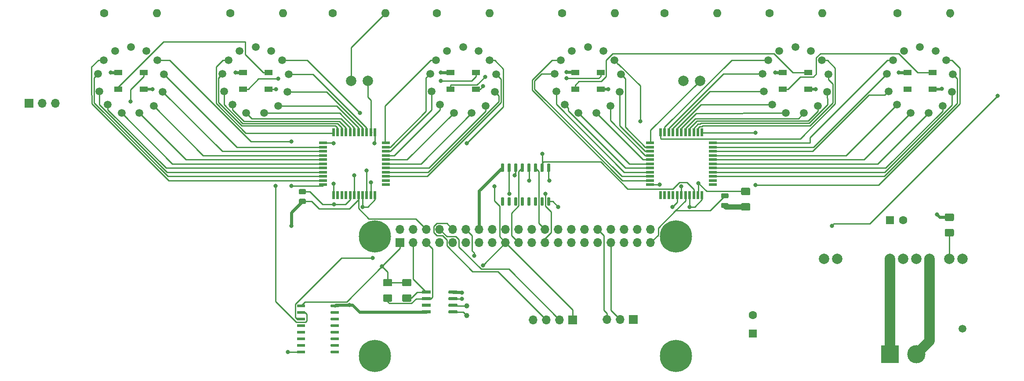
<source format=gbr>
G04 #@! TF.GenerationSoftware,KiCad,Pcbnew,5.1.5+dfsg1-2build2*
G04 #@! TF.CreationDate,2020-07-19T22:13:21-05:00*
G04 #@! TF.ProjectId,pi-nixie,70692d6e-6978-4696-952e-6b696361645f,rev?*
G04 #@! TF.SameCoordinates,Original*
G04 #@! TF.FileFunction,Copper,L1,Top*
G04 #@! TF.FilePolarity,Positive*
%FSLAX46Y46*%
G04 Gerber Fmt 4.6, Leading zero omitted, Abs format (unit mm)*
G04 Created by KiCad (PCBNEW 5.1.5+dfsg1-2build2) date 2020-07-19 22:13:21*
%MOMM*%
%LPD*%
G04 APERTURE LIST*
%ADD10O,1.600000X1.600000*%
%ADD11C,1.600000*%
%ADD12R,1.500000X0.520000*%
%ADD13R,0.520000X1.500000*%
%ADD14R,1.600000X1.600000*%
%ADD15C,0.100000*%
%ADD16C,1.500000*%
%ADD17C,2.000000*%
%ADD18O,1.700000X1.700000*%
%ADD19R,1.700000X1.700000*%
%ADD20C,3.500120*%
%ADD21R,3.500120X3.500120*%
%ADD22C,1.000000*%
%ADD23C,6.200000*%
%ADD24R,1.500000X1.000000*%
%ADD25C,0.800000*%
%ADD26C,0.250000*%
%ADD27C,0.600000*%
%ADD28C,0.500000*%
%ADD29C,2.000000*%
%ADD30C,1.000000*%
G04 APERTURE END LIST*
D10*
X93080000Y-5000000D03*
D11*
X82920000Y-5000000D03*
D12*
X136050000Y-30000000D03*
X136050000Y-30800000D03*
X136050000Y-31600000D03*
X136050000Y-32400000D03*
X136050000Y-33200000D03*
X136050000Y-34000000D03*
X136050000Y-34800000D03*
X136050000Y-35600000D03*
X136050000Y-36400000D03*
X136050000Y-37200000D03*
X136050000Y-38000000D03*
D13*
X134000000Y-40050000D03*
X133200000Y-40050000D03*
X132400000Y-40050000D03*
X131600000Y-40050000D03*
X130800000Y-40050000D03*
X130000000Y-40050000D03*
X129200000Y-40050000D03*
X128400000Y-40050000D03*
X127600000Y-40050000D03*
X126800000Y-40050000D03*
X126000000Y-40050000D03*
D12*
X123950000Y-38000000D03*
X123950000Y-37200000D03*
X123950000Y-36400000D03*
X123950000Y-35600000D03*
X123950000Y-34800000D03*
X123950000Y-34000000D03*
X123950000Y-33200000D03*
X123950000Y-32400000D03*
X123950000Y-31600000D03*
X123950000Y-30800000D03*
X123950000Y-30000000D03*
D13*
X126000000Y-27950000D03*
X126800000Y-27950000D03*
X127600000Y-27950000D03*
X128400000Y-27950000D03*
X129200000Y-27950000D03*
X130000000Y-27950000D03*
X130800000Y-27950000D03*
X131600000Y-27950000D03*
X132400000Y-27950000D03*
X133200000Y-27950000D03*
X134000000Y-27950000D03*
D12*
X73050000Y-30000000D03*
X73050000Y-30800000D03*
X73050000Y-31600000D03*
X73050000Y-32400000D03*
X73050000Y-33200000D03*
X73050000Y-34000000D03*
X73050000Y-34800000D03*
X73050000Y-35600000D03*
X73050000Y-36400000D03*
X73050000Y-37200000D03*
X73050000Y-38000000D03*
D13*
X71000000Y-40050000D03*
X70200000Y-40050000D03*
X69400000Y-40050000D03*
X68600000Y-40050000D03*
X67800000Y-40050000D03*
X67000000Y-40050000D03*
X66200000Y-40050000D03*
X65400000Y-40050000D03*
X64600000Y-40050000D03*
X63800000Y-40050000D03*
X63000000Y-40050000D03*
D12*
X60950000Y-38000000D03*
X60950000Y-37200000D03*
X60950000Y-36400000D03*
X60950000Y-35600000D03*
X60950000Y-34800000D03*
X60950000Y-34000000D03*
X60950000Y-33200000D03*
X60950000Y-32400000D03*
X60950000Y-31600000D03*
X60950000Y-30800000D03*
X60950000Y-30000000D03*
D13*
X63000000Y-27950000D03*
X63800000Y-27950000D03*
X64600000Y-27950000D03*
X65400000Y-27950000D03*
X66200000Y-27950000D03*
X67000000Y-27950000D03*
X67800000Y-27950000D03*
X68600000Y-27950000D03*
X69400000Y-27950000D03*
X70200000Y-27950000D03*
X71000000Y-27950000D03*
D11*
X143750000Y-63175000D03*
D14*
X143750000Y-66675000D03*
D11*
X172725000Y-44825000D03*
D14*
X170225000Y-44825000D03*
G04 #@! TA.AperFunction,SMDPad,CuDef*
D15*
G36*
X182299504Y-43576204D02*
G01*
X182323773Y-43579804D01*
X182347571Y-43585765D01*
X182370671Y-43594030D01*
X182392849Y-43604520D01*
X182413893Y-43617133D01*
X182433598Y-43631747D01*
X182451777Y-43648223D01*
X182468253Y-43666402D01*
X182482867Y-43686107D01*
X182495480Y-43707151D01*
X182505970Y-43729329D01*
X182514235Y-43752429D01*
X182520196Y-43776227D01*
X182523796Y-43800496D01*
X182525000Y-43825000D01*
X182525000Y-44750000D01*
X182523796Y-44774504D01*
X182520196Y-44798773D01*
X182514235Y-44822571D01*
X182505970Y-44845671D01*
X182495480Y-44867849D01*
X182482867Y-44888893D01*
X182468253Y-44908598D01*
X182451777Y-44926777D01*
X182433598Y-44943253D01*
X182413893Y-44957867D01*
X182392849Y-44970480D01*
X182370671Y-44980970D01*
X182347571Y-44989235D01*
X182323773Y-44995196D01*
X182299504Y-44998796D01*
X182275000Y-45000000D01*
X181025000Y-45000000D01*
X181000496Y-44998796D01*
X180976227Y-44995196D01*
X180952429Y-44989235D01*
X180929329Y-44980970D01*
X180907151Y-44970480D01*
X180886107Y-44957867D01*
X180866402Y-44943253D01*
X180848223Y-44926777D01*
X180831747Y-44908598D01*
X180817133Y-44888893D01*
X180804520Y-44867849D01*
X180794030Y-44845671D01*
X180785765Y-44822571D01*
X180779804Y-44798773D01*
X180776204Y-44774504D01*
X180775000Y-44750000D01*
X180775000Y-43825000D01*
X180776204Y-43800496D01*
X180779804Y-43776227D01*
X180785765Y-43752429D01*
X180794030Y-43729329D01*
X180804520Y-43707151D01*
X180817133Y-43686107D01*
X180831747Y-43666402D01*
X180848223Y-43648223D01*
X180866402Y-43631747D01*
X180886107Y-43617133D01*
X180907151Y-43604520D01*
X180929329Y-43594030D01*
X180952429Y-43585765D01*
X180976227Y-43579804D01*
X181000496Y-43576204D01*
X181025000Y-43575000D01*
X182275000Y-43575000D01*
X182299504Y-43576204D01*
G37*
G04 #@! TD.AperFunction*
G04 #@! TA.AperFunction,SMDPad,CuDef*
G36*
X182299504Y-46551204D02*
G01*
X182323773Y-46554804D01*
X182347571Y-46560765D01*
X182370671Y-46569030D01*
X182392849Y-46579520D01*
X182413893Y-46592133D01*
X182433598Y-46606747D01*
X182451777Y-46623223D01*
X182468253Y-46641402D01*
X182482867Y-46661107D01*
X182495480Y-46682151D01*
X182505970Y-46704329D01*
X182514235Y-46727429D01*
X182520196Y-46751227D01*
X182523796Y-46775496D01*
X182525000Y-46800000D01*
X182525000Y-47725000D01*
X182523796Y-47749504D01*
X182520196Y-47773773D01*
X182514235Y-47797571D01*
X182505970Y-47820671D01*
X182495480Y-47842849D01*
X182482867Y-47863893D01*
X182468253Y-47883598D01*
X182451777Y-47901777D01*
X182433598Y-47918253D01*
X182413893Y-47932867D01*
X182392849Y-47945480D01*
X182370671Y-47955970D01*
X182347571Y-47964235D01*
X182323773Y-47970196D01*
X182299504Y-47973796D01*
X182275000Y-47975000D01*
X181025000Y-47975000D01*
X181000496Y-47973796D01*
X180976227Y-47970196D01*
X180952429Y-47964235D01*
X180929329Y-47955970D01*
X180907151Y-47945480D01*
X180886107Y-47932867D01*
X180866402Y-47918253D01*
X180848223Y-47901777D01*
X180831747Y-47883598D01*
X180817133Y-47863893D01*
X180804520Y-47842849D01*
X180794030Y-47820671D01*
X180785765Y-47797571D01*
X180779804Y-47773773D01*
X180776204Y-47749504D01*
X180775000Y-47725000D01*
X180775000Y-46800000D01*
X180776204Y-46775496D01*
X180779804Y-46751227D01*
X180785765Y-46727429D01*
X180794030Y-46704329D01*
X180804520Y-46682151D01*
X180817133Y-46661107D01*
X180831747Y-46641402D01*
X180848223Y-46623223D01*
X180866402Y-46606747D01*
X180886107Y-46592133D01*
X180907151Y-46579520D01*
X180929329Y-46569030D01*
X180952429Y-46560765D01*
X180976227Y-46554804D01*
X181000496Y-46551204D01*
X181025000Y-46550000D01*
X182275000Y-46550000D01*
X182299504Y-46551204D01*
G37*
G04 #@! TD.AperFunction*
D16*
X184200000Y-65735000D03*
D17*
X157530000Y-52275000D03*
X160070000Y-52275000D03*
X170230000Y-52275000D03*
X172770000Y-52275000D03*
X175310000Y-52275000D03*
X177850000Y-52275000D03*
X181660000Y-52275000D03*
X184200000Y-52275000D03*
D18*
X9380000Y-22300000D03*
X6840000Y-22300000D03*
D19*
X4300000Y-22300000D03*
D20*
X175305000Y-70675000D03*
D21*
X170225000Y-70675000D03*
D22*
X88700000Y-61350000D03*
X88700000Y-63250000D03*
G04 #@! TA.AperFunction,SMDPad,CuDef*
D15*
G36*
X81614703Y-62230722D02*
G01*
X81629264Y-62232882D01*
X81643543Y-62236459D01*
X81657403Y-62241418D01*
X81670710Y-62247712D01*
X81683336Y-62255280D01*
X81695159Y-62264048D01*
X81706066Y-62273934D01*
X81715952Y-62284841D01*
X81724720Y-62296664D01*
X81732288Y-62309290D01*
X81738582Y-62322597D01*
X81743541Y-62336457D01*
X81747118Y-62350736D01*
X81749278Y-62365297D01*
X81750000Y-62380000D01*
X81750000Y-62680000D01*
X81749278Y-62694703D01*
X81747118Y-62709264D01*
X81743541Y-62723543D01*
X81738582Y-62737403D01*
X81732288Y-62750710D01*
X81724720Y-62763336D01*
X81715952Y-62775159D01*
X81706066Y-62786066D01*
X81695159Y-62795952D01*
X81683336Y-62804720D01*
X81670710Y-62812288D01*
X81657403Y-62818582D01*
X81643543Y-62823541D01*
X81629264Y-62827118D01*
X81614703Y-62829278D01*
X81600000Y-62830000D01*
X80150000Y-62830000D01*
X80135297Y-62829278D01*
X80120736Y-62827118D01*
X80106457Y-62823541D01*
X80092597Y-62818582D01*
X80079290Y-62812288D01*
X80066664Y-62804720D01*
X80054841Y-62795952D01*
X80043934Y-62786066D01*
X80034048Y-62775159D01*
X80025280Y-62763336D01*
X80017712Y-62750710D01*
X80011418Y-62737403D01*
X80006459Y-62723543D01*
X80002882Y-62709264D01*
X80000722Y-62694703D01*
X80000000Y-62680000D01*
X80000000Y-62380000D01*
X80000722Y-62365297D01*
X80002882Y-62350736D01*
X80006459Y-62336457D01*
X80011418Y-62322597D01*
X80017712Y-62309290D01*
X80025280Y-62296664D01*
X80034048Y-62284841D01*
X80043934Y-62273934D01*
X80054841Y-62264048D01*
X80066664Y-62255280D01*
X80079290Y-62247712D01*
X80092597Y-62241418D01*
X80106457Y-62236459D01*
X80120736Y-62232882D01*
X80135297Y-62230722D01*
X80150000Y-62230000D01*
X81600000Y-62230000D01*
X81614703Y-62230722D01*
G37*
G04 #@! TD.AperFunction*
G04 #@! TA.AperFunction,SMDPad,CuDef*
G36*
X81614703Y-60960722D02*
G01*
X81629264Y-60962882D01*
X81643543Y-60966459D01*
X81657403Y-60971418D01*
X81670710Y-60977712D01*
X81683336Y-60985280D01*
X81695159Y-60994048D01*
X81706066Y-61003934D01*
X81715952Y-61014841D01*
X81724720Y-61026664D01*
X81732288Y-61039290D01*
X81738582Y-61052597D01*
X81743541Y-61066457D01*
X81747118Y-61080736D01*
X81749278Y-61095297D01*
X81750000Y-61110000D01*
X81750000Y-61410000D01*
X81749278Y-61424703D01*
X81747118Y-61439264D01*
X81743541Y-61453543D01*
X81738582Y-61467403D01*
X81732288Y-61480710D01*
X81724720Y-61493336D01*
X81715952Y-61505159D01*
X81706066Y-61516066D01*
X81695159Y-61525952D01*
X81683336Y-61534720D01*
X81670710Y-61542288D01*
X81657403Y-61548582D01*
X81643543Y-61553541D01*
X81629264Y-61557118D01*
X81614703Y-61559278D01*
X81600000Y-61560000D01*
X80150000Y-61560000D01*
X80135297Y-61559278D01*
X80120736Y-61557118D01*
X80106457Y-61553541D01*
X80092597Y-61548582D01*
X80079290Y-61542288D01*
X80066664Y-61534720D01*
X80054841Y-61525952D01*
X80043934Y-61516066D01*
X80034048Y-61505159D01*
X80025280Y-61493336D01*
X80017712Y-61480710D01*
X80011418Y-61467403D01*
X80006459Y-61453543D01*
X80002882Y-61439264D01*
X80000722Y-61424703D01*
X80000000Y-61410000D01*
X80000000Y-61110000D01*
X80000722Y-61095297D01*
X80002882Y-61080736D01*
X80006459Y-61066457D01*
X80011418Y-61052597D01*
X80017712Y-61039290D01*
X80025280Y-61026664D01*
X80034048Y-61014841D01*
X80043934Y-61003934D01*
X80054841Y-60994048D01*
X80066664Y-60985280D01*
X80079290Y-60977712D01*
X80092597Y-60971418D01*
X80106457Y-60966459D01*
X80120736Y-60962882D01*
X80135297Y-60960722D01*
X80150000Y-60960000D01*
X81600000Y-60960000D01*
X81614703Y-60960722D01*
G37*
G04 #@! TD.AperFunction*
G04 #@! TA.AperFunction,SMDPad,CuDef*
G36*
X81614703Y-59690722D02*
G01*
X81629264Y-59692882D01*
X81643543Y-59696459D01*
X81657403Y-59701418D01*
X81670710Y-59707712D01*
X81683336Y-59715280D01*
X81695159Y-59724048D01*
X81706066Y-59733934D01*
X81715952Y-59744841D01*
X81724720Y-59756664D01*
X81732288Y-59769290D01*
X81738582Y-59782597D01*
X81743541Y-59796457D01*
X81747118Y-59810736D01*
X81749278Y-59825297D01*
X81750000Y-59840000D01*
X81750000Y-60140000D01*
X81749278Y-60154703D01*
X81747118Y-60169264D01*
X81743541Y-60183543D01*
X81738582Y-60197403D01*
X81732288Y-60210710D01*
X81724720Y-60223336D01*
X81715952Y-60235159D01*
X81706066Y-60246066D01*
X81695159Y-60255952D01*
X81683336Y-60264720D01*
X81670710Y-60272288D01*
X81657403Y-60278582D01*
X81643543Y-60283541D01*
X81629264Y-60287118D01*
X81614703Y-60289278D01*
X81600000Y-60290000D01*
X80150000Y-60290000D01*
X80135297Y-60289278D01*
X80120736Y-60287118D01*
X80106457Y-60283541D01*
X80092597Y-60278582D01*
X80079290Y-60272288D01*
X80066664Y-60264720D01*
X80054841Y-60255952D01*
X80043934Y-60246066D01*
X80034048Y-60235159D01*
X80025280Y-60223336D01*
X80017712Y-60210710D01*
X80011418Y-60197403D01*
X80006459Y-60183543D01*
X80002882Y-60169264D01*
X80000722Y-60154703D01*
X80000000Y-60140000D01*
X80000000Y-59840000D01*
X80000722Y-59825297D01*
X80002882Y-59810736D01*
X80006459Y-59796457D01*
X80011418Y-59782597D01*
X80017712Y-59769290D01*
X80025280Y-59756664D01*
X80034048Y-59744841D01*
X80043934Y-59733934D01*
X80054841Y-59724048D01*
X80066664Y-59715280D01*
X80079290Y-59707712D01*
X80092597Y-59701418D01*
X80106457Y-59696459D01*
X80120736Y-59692882D01*
X80135297Y-59690722D01*
X80150000Y-59690000D01*
X81600000Y-59690000D01*
X81614703Y-59690722D01*
G37*
G04 #@! TD.AperFunction*
G04 #@! TA.AperFunction,SMDPad,CuDef*
G36*
X81614703Y-58420722D02*
G01*
X81629264Y-58422882D01*
X81643543Y-58426459D01*
X81657403Y-58431418D01*
X81670710Y-58437712D01*
X81683336Y-58445280D01*
X81695159Y-58454048D01*
X81706066Y-58463934D01*
X81715952Y-58474841D01*
X81724720Y-58486664D01*
X81732288Y-58499290D01*
X81738582Y-58512597D01*
X81743541Y-58526457D01*
X81747118Y-58540736D01*
X81749278Y-58555297D01*
X81750000Y-58570000D01*
X81750000Y-58870000D01*
X81749278Y-58884703D01*
X81747118Y-58899264D01*
X81743541Y-58913543D01*
X81738582Y-58927403D01*
X81732288Y-58940710D01*
X81724720Y-58953336D01*
X81715952Y-58965159D01*
X81706066Y-58976066D01*
X81695159Y-58985952D01*
X81683336Y-58994720D01*
X81670710Y-59002288D01*
X81657403Y-59008582D01*
X81643543Y-59013541D01*
X81629264Y-59017118D01*
X81614703Y-59019278D01*
X81600000Y-59020000D01*
X80150000Y-59020000D01*
X80135297Y-59019278D01*
X80120736Y-59017118D01*
X80106457Y-59013541D01*
X80092597Y-59008582D01*
X80079290Y-59002288D01*
X80066664Y-58994720D01*
X80054841Y-58985952D01*
X80043934Y-58976066D01*
X80034048Y-58965159D01*
X80025280Y-58953336D01*
X80017712Y-58940710D01*
X80011418Y-58927403D01*
X80006459Y-58913543D01*
X80002882Y-58899264D01*
X80000722Y-58884703D01*
X80000000Y-58870000D01*
X80000000Y-58570000D01*
X80000722Y-58555297D01*
X80002882Y-58540736D01*
X80006459Y-58526457D01*
X80011418Y-58512597D01*
X80017712Y-58499290D01*
X80025280Y-58486664D01*
X80034048Y-58474841D01*
X80043934Y-58463934D01*
X80054841Y-58454048D01*
X80066664Y-58445280D01*
X80079290Y-58437712D01*
X80092597Y-58431418D01*
X80106457Y-58426459D01*
X80120736Y-58422882D01*
X80135297Y-58420722D01*
X80150000Y-58420000D01*
X81600000Y-58420000D01*
X81614703Y-58420722D01*
G37*
G04 #@! TD.AperFunction*
G04 #@! TA.AperFunction,SMDPad,CuDef*
G36*
X86764703Y-58420722D02*
G01*
X86779264Y-58422882D01*
X86793543Y-58426459D01*
X86807403Y-58431418D01*
X86820710Y-58437712D01*
X86833336Y-58445280D01*
X86845159Y-58454048D01*
X86856066Y-58463934D01*
X86865952Y-58474841D01*
X86874720Y-58486664D01*
X86882288Y-58499290D01*
X86888582Y-58512597D01*
X86893541Y-58526457D01*
X86897118Y-58540736D01*
X86899278Y-58555297D01*
X86900000Y-58570000D01*
X86900000Y-58870000D01*
X86899278Y-58884703D01*
X86897118Y-58899264D01*
X86893541Y-58913543D01*
X86888582Y-58927403D01*
X86882288Y-58940710D01*
X86874720Y-58953336D01*
X86865952Y-58965159D01*
X86856066Y-58976066D01*
X86845159Y-58985952D01*
X86833336Y-58994720D01*
X86820710Y-59002288D01*
X86807403Y-59008582D01*
X86793543Y-59013541D01*
X86779264Y-59017118D01*
X86764703Y-59019278D01*
X86750000Y-59020000D01*
X85300000Y-59020000D01*
X85285297Y-59019278D01*
X85270736Y-59017118D01*
X85256457Y-59013541D01*
X85242597Y-59008582D01*
X85229290Y-59002288D01*
X85216664Y-58994720D01*
X85204841Y-58985952D01*
X85193934Y-58976066D01*
X85184048Y-58965159D01*
X85175280Y-58953336D01*
X85167712Y-58940710D01*
X85161418Y-58927403D01*
X85156459Y-58913543D01*
X85152882Y-58899264D01*
X85150722Y-58884703D01*
X85150000Y-58870000D01*
X85150000Y-58570000D01*
X85150722Y-58555297D01*
X85152882Y-58540736D01*
X85156459Y-58526457D01*
X85161418Y-58512597D01*
X85167712Y-58499290D01*
X85175280Y-58486664D01*
X85184048Y-58474841D01*
X85193934Y-58463934D01*
X85204841Y-58454048D01*
X85216664Y-58445280D01*
X85229290Y-58437712D01*
X85242597Y-58431418D01*
X85256457Y-58426459D01*
X85270736Y-58422882D01*
X85285297Y-58420722D01*
X85300000Y-58420000D01*
X86750000Y-58420000D01*
X86764703Y-58420722D01*
G37*
G04 #@! TD.AperFunction*
G04 #@! TA.AperFunction,SMDPad,CuDef*
G36*
X86764703Y-59690722D02*
G01*
X86779264Y-59692882D01*
X86793543Y-59696459D01*
X86807403Y-59701418D01*
X86820710Y-59707712D01*
X86833336Y-59715280D01*
X86845159Y-59724048D01*
X86856066Y-59733934D01*
X86865952Y-59744841D01*
X86874720Y-59756664D01*
X86882288Y-59769290D01*
X86888582Y-59782597D01*
X86893541Y-59796457D01*
X86897118Y-59810736D01*
X86899278Y-59825297D01*
X86900000Y-59840000D01*
X86900000Y-60140000D01*
X86899278Y-60154703D01*
X86897118Y-60169264D01*
X86893541Y-60183543D01*
X86888582Y-60197403D01*
X86882288Y-60210710D01*
X86874720Y-60223336D01*
X86865952Y-60235159D01*
X86856066Y-60246066D01*
X86845159Y-60255952D01*
X86833336Y-60264720D01*
X86820710Y-60272288D01*
X86807403Y-60278582D01*
X86793543Y-60283541D01*
X86779264Y-60287118D01*
X86764703Y-60289278D01*
X86750000Y-60290000D01*
X85300000Y-60290000D01*
X85285297Y-60289278D01*
X85270736Y-60287118D01*
X85256457Y-60283541D01*
X85242597Y-60278582D01*
X85229290Y-60272288D01*
X85216664Y-60264720D01*
X85204841Y-60255952D01*
X85193934Y-60246066D01*
X85184048Y-60235159D01*
X85175280Y-60223336D01*
X85167712Y-60210710D01*
X85161418Y-60197403D01*
X85156459Y-60183543D01*
X85152882Y-60169264D01*
X85150722Y-60154703D01*
X85150000Y-60140000D01*
X85150000Y-59840000D01*
X85150722Y-59825297D01*
X85152882Y-59810736D01*
X85156459Y-59796457D01*
X85161418Y-59782597D01*
X85167712Y-59769290D01*
X85175280Y-59756664D01*
X85184048Y-59744841D01*
X85193934Y-59733934D01*
X85204841Y-59724048D01*
X85216664Y-59715280D01*
X85229290Y-59707712D01*
X85242597Y-59701418D01*
X85256457Y-59696459D01*
X85270736Y-59692882D01*
X85285297Y-59690722D01*
X85300000Y-59690000D01*
X86750000Y-59690000D01*
X86764703Y-59690722D01*
G37*
G04 #@! TD.AperFunction*
G04 #@! TA.AperFunction,SMDPad,CuDef*
G36*
X86764703Y-60960722D02*
G01*
X86779264Y-60962882D01*
X86793543Y-60966459D01*
X86807403Y-60971418D01*
X86820710Y-60977712D01*
X86833336Y-60985280D01*
X86845159Y-60994048D01*
X86856066Y-61003934D01*
X86865952Y-61014841D01*
X86874720Y-61026664D01*
X86882288Y-61039290D01*
X86888582Y-61052597D01*
X86893541Y-61066457D01*
X86897118Y-61080736D01*
X86899278Y-61095297D01*
X86900000Y-61110000D01*
X86900000Y-61410000D01*
X86899278Y-61424703D01*
X86897118Y-61439264D01*
X86893541Y-61453543D01*
X86888582Y-61467403D01*
X86882288Y-61480710D01*
X86874720Y-61493336D01*
X86865952Y-61505159D01*
X86856066Y-61516066D01*
X86845159Y-61525952D01*
X86833336Y-61534720D01*
X86820710Y-61542288D01*
X86807403Y-61548582D01*
X86793543Y-61553541D01*
X86779264Y-61557118D01*
X86764703Y-61559278D01*
X86750000Y-61560000D01*
X85300000Y-61560000D01*
X85285297Y-61559278D01*
X85270736Y-61557118D01*
X85256457Y-61553541D01*
X85242597Y-61548582D01*
X85229290Y-61542288D01*
X85216664Y-61534720D01*
X85204841Y-61525952D01*
X85193934Y-61516066D01*
X85184048Y-61505159D01*
X85175280Y-61493336D01*
X85167712Y-61480710D01*
X85161418Y-61467403D01*
X85156459Y-61453543D01*
X85152882Y-61439264D01*
X85150722Y-61424703D01*
X85150000Y-61410000D01*
X85150000Y-61110000D01*
X85150722Y-61095297D01*
X85152882Y-61080736D01*
X85156459Y-61066457D01*
X85161418Y-61052597D01*
X85167712Y-61039290D01*
X85175280Y-61026664D01*
X85184048Y-61014841D01*
X85193934Y-61003934D01*
X85204841Y-60994048D01*
X85216664Y-60985280D01*
X85229290Y-60977712D01*
X85242597Y-60971418D01*
X85256457Y-60966459D01*
X85270736Y-60962882D01*
X85285297Y-60960722D01*
X85300000Y-60960000D01*
X86750000Y-60960000D01*
X86764703Y-60960722D01*
G37*
G04 #@! TD.AperFunction*
G04 #@! TA.AperFunction,SMDPad,CuDef*
G36*
X86764703Y-62230722D02*
G01*
X86779264Y-62232882D01*
X86793543Y-62236459D01*
X86807403Y-62241418D01*
X86820710Y-62247712D01*
X86833336Y-62255280D01*
X86845159Y-62264048D01*
X86856066Y-62273934D01*
X86865952Y-62284841D01*
X86874720Y-62296664D01*
X86882288Y-62309290D01*
X86888582Y-62322597D01*
X86893541Y-62336457D01*
X86897118Y-62350736D01*
X86899278Y-62365297D01*
X86900000Y-62380000D01*
X86900000Y-62680000D01*
X86899278Y-62694703D01*
X86897118Y-62709264D01*
X86893541Y-62723543D01*
X86888582Y-62737403D01*
X86882288Y-62750710D01*
X86874720Y-62763336D01*
X86865952Y-62775159D01*
X86856066Y-62786066D01*
X86845159Y-62795952D01*
X86833336Y-62804720D01*
X86820710Y-62812288D01*
X86807403Y-62818582D01*
X86793543Y-62823541D01*
X86779264Y-62827118D01*
X86764703Y-62829278D01*
X86750000Y-62830000D01*
X85300000Y-62830000D01*
X85285297Y-62829278D01*
X85270736Y-62827118D01*
X85256457Y-62823541D01*
X85242597Y-62818582D01*
X85229290Y-62812288D01*
X85216664Y-62804720D01*
X85204841Y-62795952D01*
X85193934Y-62786066D01*
X85184048Y-62775159D01*
X85175280Y-62763336D01*
X85167712Y-62750710D01*
X85161418Y-62737403D01*
X85156459Y-62723543D01*
X85152882Y-62709264D01*
X85150722Y-62694703D01*
X85150000Y-62680000D01*
X85150000Y-62380000D01*
X85150722Y-62365297D01*
X85152882Y-62350736D01*
X85156459Y-62336457D01*
X85161418Y-62322597D01*
X85167712Y-62309290D01*
X85175280Y-62296664D01*
X85184048Y-62284841D01*
X85193934Y-62273934D01*
X85204841Y-62264048D01*
X85216664Y-62255280D01*
X85229290Y-62247712D01*
X85242597Y-62241418D01*
X85256457Y-62236459D01*
X85270736Y-62232882D01*
X85285297Y-62230722D01*
X85300000Y-62230000D01*
X86750000Y-62230000D01*
X86764703Y-62230722D01*
G37*
G04 #@! TD.AperFunction*
G04 #@! TA.AperFunction,SMDPad,CuDef*
G36*
X74074504Y-59151204D02*
G01*
X74098773Y-59154804D01*
X74122571Y-59160765D01*
X74145671Y-59169030D01*
X74167849Y-59179520D01*
X74188893Y-59192133D01*
X74208598Y-59206747D01*
X74226777Y-59223223D01*
X74243253Y-59241402D01*
X74257867Y-59261107D01*
X74270480Y-59282151D01*
X74280970Y-59304329D01*
X74289235Y-59327429D01*
X74295196Y-59351227D01*
X74298796Y-59375496D01*
X74300000Y-59400000D01*
X74300000Y-60325000D01*
X74298796Y-60349504D01*
X74295196Y-60373773D01*
X74289235Y-60397571D01*
X74280970Y-60420671D01*
X74270480Y-60442849D01*
X74257867Y-60463893D01*
X74243253Y-60483598D01*
X74226777Y-60501777D01*
X74208598Y-60518253D01*
X74188893Y-60532867D01*
X74167849Y-60545480D01*
X74145671Y-60555970D01*
X74122571Y-60564235D01*
X74098773Y-60570196D01*
X74074504Y-60573796D01*
X74050000Y-60575000D01*
X72800000Y-60575000D01*
X72775496Y-60573796D01*
X72751227Y-60570196D01*
X72727429Y-60564235D01*
X72704329Y-60555970D01*
X72682151Y-60545480D01*
X72661107Y-60532867D01*
X72641402Y-60518253D01*
X72623223Y-60501777D01*
X72606747Y-60483598D01*
X72592133Y-60463893D01*
X72579520Y-60442849D01*
X72569030Y-60420671D01*
X72560765Y-60397571D01*
X72554804Y-60373773D01*
X72551204Y-60349504D01*
X72550000Y-60325000D01*
X72550000Y-59400000D01*
X72551204Y-59375496D01*
X72554804Y-59351227D01*
X72560765Y-59327429D01*
X72569030Y-59304329D01*
X72579520Y-59282151D01*
X72592133Y-59261107D01*
X72606747Y-59241402D01*
X72623223Y-59223223D01*
X72641402Y-59206747D01*
X72661107Y-59192133D01*
X72682151Y-59179520D01*
X72704329Y-59169030D01*
X72727429Y-59160765D01*
X72751227Y-59154804D01*
X72775496Y-59151204D01*
X72800000Y-59150000D01*
X74050000Y-59150000D01*
X74074504Y-59151204D01*
G37*
G04 #@! TD.AperFunction*
G04 #@! TA.AperFunction,SMDPad,CuDef*
G36*
X74074504Y-56176204D02*
G01*
X74098773Y-56179804D01*
X74122571Y-56185765D01*
X74145671Y-56194030D01*
X74167849Y-56204520D01*
X74188893Y-56217133D01*
X74208598Y-56231747D01*
X74226777Y-56248223D01*
X74243253Y-56266402D01*
X74257867Y-56286107D01*
X74270480Y-56307151D01*
X74280970Y-56329329D01*
X74289235Y-56352429D01*
X74295196Y-56376227D01*
X74298796Y-56400496D01*
X74300000Y-56425000D01*
X74300000Y-57350000D01*
X74298796Y-57374504D01*
X74295196Y-57398773D01*
X74289235Y-57422571D01*
X74280970Y-57445671D01*
X74270480Y-57467849D01*
X74257867Y-57488893D01*
X74243253Y-57508598D01*
X74226777Y-57526777D01*
X74208598Y-57543253D01*
X74188893Y-57557867D01*
X74167849Y-57570480D01*
X74145671Y-57580970D01*
X74122571Y-57589235D01*
X74098773Y-57595196D01*
X74074504Y-57598796D01*
X74050000Y-57600000D01*
X72800000Y-57600000D01*
X72775496Y-57598796D01*
X72751227Y-57595196D01*
X72727429Y-57589235D01*
X72704329Y-57580970D01*
X72682151Y-57570480D01*
X72661107Y-57557867D01*
X72641402Y-57543253D01*
X72623223Y-57526777D01*
X72606747Y-57508598D01*
X72592133Y-57488893D01*
X72579520Y-57467849D01*
X72569030Y-57445671D01*
X72560765Y-57422571D01*
X72554804Y-57398773D01*
X72551204Y-57374504D01*
X72550000Y-57350000D01*
X72550000Y-56425000D01*
X72551204Y-56400496D01*
X72554804Y-56376227D01*
X72560765Y-56352429D01*
X72569030Y-56329329D01*
X72579520Y-56307151D01*
X72592133Y-56286107D01*
X72606747Y-56266402D01*
X72623223Y-56248223D01*
X72641402Y-56231747D01*
X72661107Y-56217133D01*
X72682151Y-56204520D01*
X72704329Y-56194030D01*
X72727429Y-56185765D01*
X72751227Y-56179804D01*
X72775496Y-56176204D01*
X72800000Y-56175000D01*
X74050000Y-56175000D01*
X74074504Y-56176204D01*
G37*
G04 #@! TD.AperFunction*
G04 #@! TA.AperFunction,SMDPad,CuDef*
G36*
X77774504Y-59151204D02*
G01*
X77798773Y-59154804D01*
X77822571Y-59160765D01*
X77845671Y-59169030D01*
X77867849Y-59179520D01*
X77888893Y-59192133D01*
X77908598Y-59206747D01*
X77926777Y-59223223D01*
X77943253Y-59241402D01*
X77957867Y-59261107D01*
X77970480Y-59282151D01*
X77980970Y-59304329D01*
X77989235Y-59327429D01*
X77995196Y-59351227D01*
X77998796Y-59375496D01*
X78000000Y-59400000D01*
X78000000Y-60325000D01*
X77998796Y-60349504D01*
X77995196Y-60373773D01*
X77989235Y-60397571D01*
X77980970Y-60420671D01*
X77970480Y-60442849D01*
X77957867Y-60463893D01*
X77943253Y-60483598D01*
X77926777Y-60501777D01*
X77908598Y-60518253D01*
X77888893Y-60532867D01*
X77867849Y-60545480D01*
X77845671Y-60555970D01*
X77822571Y-60564235D01*
X77798773Y-60570196D01*
X77774504Y-60573796D01*
X77750000Y-60575000D01*
X76500000Y-60575000D01*
X76475496Y-60573796D01*
X76451227Y-60570196D01*
X76427429Y-60564235D01*
X76404329Y-60555970D01*
X76382151Y-60545480D01*
X76361107Y-60532867D01*
X76341402Y-60518253D01*
X76323223Y-60501777D01*
X76306747Y-60483598D01*
X76292133Y-60463893D01*
X76279520Y-60442849D01*
X76269030Y-60420671D01*
X76260765Y-60397571D01*
X76254804Y-60373773D01*
X76251204Y-60349504D01*
X76250000Y-60325000D01*
X76250000Y-59400000D01*
X76251204Y-59375496D01*
X76254804Y-59351227D01*
X76260765Y-59327429D01*
X76269030Y-59304329D01*
X76279520Y-59282151D01*
X76292133Y-59261107D01*
X76306747Y-59241402D01*
X76323223Y-59223223D01*
X76341402Y-59206747D01*
X76361107Y-59192133D01*
X76382151Y-59179520D01*
X76404329Y-59169030D01*
X76427429Y-59160765D01*
X76451227Y-59154804D01*
X76475496Y-59151204D01*
X76500000Y-59150000D01*
X77750000Y-59150000D01*
X77774504Y-59151204D01*
G37*
G04 #@! TD.AperFunction*
G04 #@! TA.AperFunction,SMDPad,CuDef*
G36*
X77774504Y-56176204D02*
G01*
X77798773Y-56179804D01*
X77822571Y-56185765D01*
X77845671Y-56194030D01*
X77867849Y-56204520D01*
X77888893Y-56217133D01*
X77908598Y-56231747D01*
X77926777Y-56248223D01*
X77943253Y-56266402D01*
X77957867Y-56286107D01*
X77970480Y-56307151D01*
X77980970Y-56329329D01*
X77989235Y-56352429D01*
X77995196Y-56376227D01*
X77998796Y-56400496D01*
X78000000Y-56425000D01*
X78000000Y-57350000D01*
X77998796Y-57374504D01*
X77995196Y-57398773D01*
X77989235Y-57422571D01*
X77980970Y-57445671D01*
X77970480Y-57467849D01*
X77957867Y-57488893D01*
X77943253Y-57508598D01*
X77926777Y-57526777D01*
X77908598Y-57543253D01*
X77888893Y-57557867D01*
X77867849Y-57570480D01*
X77845671Y-57580970D01*
X77822571Y-57589235D01*
X77798773Y-57595196D01*
X77774504Y-57598796D01*
X77750000Y-57600000D01*
X76500000Y-57600000D01*
X76475496Y-57598796D01*
X76451227Y-57595196D01*
X76427429Y-57589235D01*
X76404329Y-57580970D01*
X76382151Y-57570480D01*
X76361107Y-57557867D01*
X76341402Y-57543253D01*
X76323223Y-57526777D01*
X76306747Y-57508598D01*
X76292133Y-57488893D01*
X76279520Y-57467849D01*
X76269030Y-57445671D01*
X76260765Y-57422571D01*
X76254804Y-57398773D01*
X76251204Y-57374504D01*
X76250000Y-57350000D01*
X76250000Y-56425000D01*
X76251204Y-56400496D01*
X76254804Y-56376227D01*
X76260765Y-56352429D01*
X76269030Y-56329329D01*
X76279520Y-56307151D01*
X76292133Y-56286107D01*
X76306747Y-56266402D01*
X76323223Y-56248223D01*
X76341402Y-56231747D01*
X76361107Y-56217133D01*
X76382151Y-56204520D01*
X76404329Y-56194030D01*
X76427429Y-56185765D01*
X76451227Y-56179804D01*
X76475496Y-56176204D01*
X76500000Y-56175000D01*
X77750000Y-56175000D01*
X77774504Y-56176204D01*
G37*
G04 #@! TD.AperFunction*
G04 #@! TA.AperFunction,SMDPad,CuDef*
G36*
X104595977Y-40450662D02*
G01*
X104609325Y-40452642D01*
X104622414Y-40455921D01*
X104635119Y-40460467D01*
X104647317Y-40466236D01*
X104658891Y-40473173D01*
X104669729Y-40481211D01*
X104679727Y-40490273D01*
X104688789Y-40500271D01*
X104696827Y-40511109D01*
X104703764Y-40522683D01*
X104709533Y-40534881D01*
X104714079Y-40547586D01*
X104717358Y-40560675D01*
X104719338Y-40574023D01*
X104720000Y-40587500D01*
X104720000Y-41912500D01*
X104719338Y-41925977D01*
X104717358Y-41939325D01*
X104714079Y-41952414D01*
X104709533Y-41965119D01*
X104703764Y-41977317D01*
X104696827Y-41988891D01*
X104688789Y-41999729D01*
X104679727Y-42009727D01*
X104669729Y-42018789D01*
X104658891Y-42026827D01*
X104647317Y-42033764D01*
X104635119Y-42039533D01*
X104622414Y-42044079D01*
X104609325Y-42047358D01*
X104595977Y-42049338D01*
X104582500Y-42050000D01*
X104307500Y-42050000D01*
X104294023Y-42049338D01*
X104280675Y-42047358D01*
X104267586Y-42044079D01*
X104254881Y-42039533D01*
X104242683Y-42033764D01*
X104231109Y-42026827D01*
X104220271Y-42018789D01*
X104210273Y-42009727D01*
X104201211Y-41999729D01*
X104193173Y-41988891D01*
X104186236Y-41977317D01*
X104180467Y-41965119D01*
X104175921Y-41952414D01*
X104172642Y-41939325D01*
X104170662Y-41925977D01*
X104170000Y-41912500D01*
X104170000Y-40587500D01*
X104170662Y-40574023D01*
X104172642Y-40560675D01*
X104175921Y-40547586D01*
X104180467Y-40534881D01*
X104186236Y-40522683D01*
X104193173Y-40511109D01*
X104201211Y-40500271D01*
X104210273Y-40490273D01*
X104220271Y-40481211D01*
X104231109Y-40473173D01*
X104242683Y-40466236D01*
X104254881Y-40460467D01*
X104267586Y-40455921D01*
X104280675Y-40452642D01*
X104294023Y-40450662D01*
X104307500Y-40450000D01*
X104582500Y-40450000D01*
X104595977Y-40450662D01*
G37*
G04 #@! TD.AperFunction*
G04 #@! TA.AperFunction,SMDPad,CuDef*
G36*
X103325977Y-40450662D02*
G01*
X103339325Y-40452642D01*
X103352414Y-40455921D01*
X103365119Y-40460467D01*
X103377317Y-40466236D01*
X103388891Y-40473173D01*
X103399729Y-40481211D01*
X103409727Y-40490273D01*
X103418789Y-40500271D01*
X103426827Y-40511109D01*
X103433764Y-40522683D01*
X103439533Y-40534881D01*
X103444079Y-40547586D01*
X103447358Y-40560675D01*
X103449338Y-40574023D01*
X103450000Y-40587500D01*
X103450000Y-41912500D01*
X103449338Y-41925977D01*
X103447358Y-41939325D01*
X103444079Y-41952414D01*
X103439533Y-41965119D01*
X103433764Y-41977317D01*
X103426827Y-41988891D01*
X103418789Y-41999729D01*
X103409727Y-42009727D01*
X103399729Y-42018789D01*
X103388891Y-42026827D01*
X103377317Y-42033764D01*
X103365119Y-42039533D01*
X103352414Y-42044079D01*
X103339325Y-42047358D01*
X103325977Y-42049338D01*
X103312500Y-42050000D01*
X103037500Y-42050000D01*
X103024023Y-42049338D01*
X103010675Y-42047358D01*
X102997586Y-42044079D01*
X102984881Y-42039533D01*
X102972683Y-42033764D01*
X102961109Y-42026827D01*
X102950271Y-42018789D01*
X102940273Y-42009727D01*
X102931211Y-41999729D01*
X102923173Y-41988891D01*
X102916236Y-41977317D01*
X102910467Y-41965119D01*
X102905921Y-41952414D01*
X102902642Y-41939325D01*
X102900662Y-41925977D01*
X102900000Y-41912500D01*
X102900000Y-40587500D01*
X102900662Y-40574023D01*
X102902642Y-40560675D01*
X102905921Y-40547586D01*
X102910467Y-40534881D01*
X102916236Y-40522683D01*
X102923173Y-40511109D01*
X102931211Y-40500271D01*
X102940273Y-40490273D01*
X102950271Y-40481211D01*
X102961109Y-40473173D01*
X102972683Y-40466236D01*
X102984881Y-40460467D01*
X102997586Y-40455921D01*
X103010675Y-40452642D01*
X103024023Y-40450662D01*
X103037500Y-40450000D01*
X103312500Y-40450000D01*
X103325977Y-40450662D01*
G37*
G04 #@! TD.AperFunction*
G04 #@! TA.AperFunction,SMDPad,CuDef*
G36*
X102055977Y-40450662D02*
G01*
X102069325Y-40452642D01*
X102082414Y-40455921D01*
X102095119Y-40460467D01*
X102107317Y-40466236D01*
X102118891Y-40473173D01*
X102129729Y-40481211D01*
X102139727Y-40490273D01*
X102148789Y-40500271D01*
X102156827Y-40511109D01*
X102163764Y-40522683D01*
X102169533Y-40534881D01*
X102174079Y-40547586D01*
X102177358Y-40560675D01*
X102179338Y-40574023D01*
X102180000Y-40587500D01*
X102180000Y-41912500D01*
X102179338Y-41925977D01*
X102177358Y-41939325D01*
X102174079Y-41952414D01*
X102169533Y-41965119D01*
X102163764Y-41977317D01*
X102156827Y-41988891D01*
X102148789Y-41999729D01*
X102139727Y-42009727D01*
X102129729Y-42018789D01*
X102118891Y-42026827D01*
X102107317Y-42033764D01*
X102095119Y-42039533D01*
X102082414Y-42044079D01*
X102069325Y-42047358D01*
X102055977Y-42049338D01*
X102042500Y-42050000D01*
X101767500Y-42050000D01*
X101754023Y-42049338D01*
X101740675Y-42047358D01*
X101727586Y-42044079D01*
X101714881Y-42039533D01*
X101702683Y-42033764D01*
X101691109Y-42026827D01*
X101680271Y-42018789D01*
X101670273Y-42009727D01*
X101661211Y-41999729D01*
X101653173Y-41988891D01*
X101646236Y-41977317D01*
X101640467Y-41965119D01*
X101635921Y-41952414D01*
X101632642Y-41939325D01*
X101630662Y-41925977D01*
X101630000Y-41912500D01*
X101630000Y-40587500D01*
X101630662Y-40574023D01*
X101632642Y-40560675D01*
X101635921Y-40547586D01*
X101640467Y-40534881D01*
X101646236Y-40522683D01*
X101653173Y-40511109D01*
X101661211Y-40500271D01*
X101670273Y-40490273D01*
X101680271Y-40481211D01*
X101691109Y-40473173D01*
X101702683Y-40466236D01*
X101714881Y-40460467D01*
X101727586Y-40455921D01*
X101740675Y-40452642D01*
X101754023Y-40450662D01*
X101767500Y-40450000D01*
X102042500Y-40450000D01*
X102055977Y-40450662D01*
G37*
G04 #@! TD.AperFunction*
G04 #@! TA.AperFunction,SMDPad,CuDef*
G36*
X100785977Y-40450662D02*
G01*
X100799325Y-40452642D01*
X100812414Y-40455921D01*
X100825119Y-40460467D01*
X100837317Y-40466236D01*
X100848891Y-40473173D01*
X100859729Y-40481211D01*
X100869727Y-40490273D01*
X100878789Y-40500271D01*
X100886827Y-40511109D01*
X100893764Y-40522683D01*
X100899533Y-40534881D01*
X100904079Y-40547586D01*
X100907358Y-40560675D01*
X100909338Y-40574023D01*
X100910000Y-40587500D01*
X100910000Y-41912500D01*
X100909338Y-41925977D01*
X100907358Y-41939325D01*
X100904079Y-41952414D01*
X100899533Y-41965119D01*
X100893764Y-41977317D01*
X100886827Y-41988891D01*
X100878789Y-41999729D01*
X100869727Y-42009727D01*
X100859729Y-42018789D01*
X100848891Y-42026827D01*
X100837317Y-42033764D01*
X100825119Y-42039533D01*
X100812414Y-42044079D01*
X100799325Y-42047358D01*
X100785977Y-42049338D01*
X100772500Y-42050000D01*
X100497500Y-42050000D01*
X100484023Y-42049338D01*
X100470675Y-42047358D01*
X100457586Y-42044079D01*
X100444881Y-42039533D01*
X100432683Y-42033764D01*
X100421109Y-42026827D01*
X100410271Y-42018789D01*
X100400273Y-42009727D01*
X100391211Y-41999729D01*
X100383173Y-41988891D01*
X100376236Y-41977317D01*
X100370467Y-41965119D01*
X100365921Y-41952414D01*
X100362642Y-41939325D01*
X100360662Y-41925977D01*
X100360000Y-41912500D01*
X100360000Y-40587500D01*
X100360662Y-40574023D01*
X100362642Y-40560675D01*
X100365921Y-40547586D01*
X100370467Y-40534881D01*
X100376236Y-40522683D01*
X100383173Y-40511109D01*
X100391211Y-40500271D01*
X100400273Y-40490273D01*
X100410271Y-40481211D01*
X100421109Y-40473173D01*
X100432683Y-40466236D01*
X100444881Y-40460467D01*
X100457586Y-40455921D01*
X100470675Y-40452642D01*
X100484023Y-40450662D01*
X100497500Y-40450000D01*
X100772500Y-40450000D01*
X100785977Y-40450662D01*
G37*
G04 #@! TD.AperFunction*
G04 #@! TA.AperFunction,SMDPad,CuDef*
G36*
X99515977Y-40450662D02*
G01*
X99529325Y-40452642D01*
X99542414Y-40455921D01*
X99555119Y-40460467D01*
X99567317Y-40466236D01*
X99578891Y-40473173D01*
X99589729Y-40481211D01*
X99599727Y-40490273D01*
X99608789Y-40500271D01*
X99616827Y-40511109D01*
X99623764Y-40522683D01*
X99629533Y-40534881D01*
X99634079Y-40547586D01*
X99637358Y-40560675D01*
X99639338Y-40574023D01*
X99640000Y-40587500D01*
X99640000Y-41912500D01*
X99639338Y-41925977D01*
X99637358Y-41939325D01*
X99634079Y-41952414D01*
X99629533Y-41965119D01*
X99623764Y-41977317D01*
X99616827Y-41988891D01*
X99608789Y-41999729D01*
X99599727Y-42009727D01*
X99589729Y-42018789D01*
X99578891Y-42026827D01*
X99567317Y-42033764D01*
X99555119Y-42039533D01*
X99542414Y-42044079D01*
X99529325Y-42047358D01*
X99515977Y-42049338D01*
X99502500Y-42050000D01*
X99227500Y-42050000D01*
X99214023Y-42049338D01*
X99200675Y-42047358D01*
X99187586Y-42044079D01*
X99174881Y-42039533D01*
X99162683Y-42033764D01*
X99151109Y-42026827D01*
X99140271Y-42018789D01*
X99130273Y-42009727D01*
X99121211Y-41999729D01*
X99113173Y-41988891D01*
X99106236Y-41977317D01*
X99100467Y-41965119D01*
X99095921Y-41952414D01*
X99092642Y-41939325D01*
X99090662Y-41925977D01*
X99090000Y-41912500D01*
X99090000Y-40587500D01*
X99090662Y-40574023D01*
X99092642Y-40560675D01*
X99095921Y-40547586D01*
X99100467Y-40534881D01*
X99106236Y-40522683D01*
X99113173Y-40511109D01*
X99121211Y-40500271D01*
X99130273Y-40490273D01*
X99140271Y-40481211D01*
X99151109Y-40473173D01*
X99162683Y-40466236D01*
X99174881Y-40460467D01*
X99187586Y-40455921D01*
X99200675Y-40452642D01*
X99214023Y-40450662D01*
X99227500Y-40450000D01*
X99502500Y-40450000D01*
X99515977Y-40450662D01*
G37*
G04 #@! TD.AperFunction*
G04 #@! TA.AperFunction,SMDPad,CuDef*
G36*
X98245977Y-40450662D02*
G01*
X98259325Y-40452642D01*
X98272414Y-40455921D01*
X98285119Y-40460467D01*
X98297317Y-40466236D01*
X98308891Y-40473173D01*
X98319729Y-40481211D01*
X98329727Y-40490273D01*
X98338789Y-40500271D01*
X98346827Y-40511109D01*
X98353764Y-40522683D01*
X98359533Y-40534881D01*
X98364079Y-40547586D01*
X98367358Y-40560675D01*
X98369338Y-40574023D01*
X98370000Y-40587500D01*
X98370000Y-41912500D01*
X98369338Y-41925977D01*
X98367358Y-41939325D01*
X98364079Y-41952414D01*
X98359533Y-41965119D01*
X98353764Y-41977317D01*
X98346827Y-41988891D01*
X98338789Y-41999729D01*
X98329727Y-42009727D01*
X98319729Y-42018789D01*
X98308891Y-42026827D01*
X98297317Y-42033764D01*
X98285119Y-42039533D01*
X98272414Y-42044079D01*
X98259325Y-42047358D01*
X98245977Y-42049338D01*
X98232500Y-42050000D01*
X97957500Y-42050000D01*
X97944023Y-42049338D01*
X97930675Y-42047358D01*
X97917586Y-42044079D01*
X97904881Y-42039533D01*
X97892683Y-42033764D01*
X97881109Y-42026827D01*
X97870271Y-42018789D01*
X97860273Y-42009727D01*
X97851211Y-41999729D01*
X97843173Y-41988891D01*
X97836236Y-41977317D01*
X97830467Y-41965119D01*
X97825921Y-41952414D01*
X97822642Y-41939325D01*
X97820662Y-41925977D01*
X97820000Y-41912500D01*
X97820000Y-40587500D01*
X97820662Y-40574023D01*
X97822642Y-40560675D01*
X97825921Y-40547586D01*
X97830467Y-40534881D01*
X97836236Y-40522683D01*
X97843173Y-40511109D01*
X97851211Y-40500271D01*
X97860273Y-40490273D01*
X97870271Y-40481211D01*
X97881109Y-40473173D01*
X97892683Y-40466236D01*
X97904881Y-40460467D01*
X97917586Y-40455921D01*
X97930675Y-40452642D01*
X97944023Y-40450662D01*
X97957500Y-40450000D01*
X98232500Y-40450000D01*
X98245977Y-40450662D01*
G37*
G04 #@! TD.AperFunction*
G04 #@! TA.AperFunction,SMDPad,CuDef*
G36*
X96975977Y-40450662D02*
G01*
X96989325Y-40452642D01*
X97002414Y-40455921D01*
X97015119Y-40460467D01*
X97027317Y-40466236D01*
X97038891Y-40473173D01*
X97049729Y-40481211D01*
X97059727Y-40490273D01*
X97068789Y-40500271D01*
X97076827Y-40511109D01*
X97083764Y-40522683D01*
X97089533Y-40534881D01*
X97094079Y-40547586D01*
X97097358Y-40560675D01*
X97099338Y-40574023D01*
X97100000Y-40587500D01*
X97100000Y-41912500D01*
X97099338Y-41925977D01*
X97097358Y-41939325D01*
X97094079Y-41952414D01*
X97089533Y-41965119D01*
X97083764Y-41977317D01*
X97076827Y-41988891D01*
X97068789Y-41999729D01*
X97059727Y-42009727D01*
X97049729Y-42018789D01*
X97038891Y-42026827D01*
X97027317Y-42033764D01*
X97015119Y-42039533D01*
X97002414Y-42044079D01*
X96989325Y-42047358D01*
X96975977Y-42049338D01*
X96962500Y-42050000D01*
X96687500Y-42050000D01*
X96674023Y-42049338D01*
X96660675Y-42047358D01*
X96647586Y-42044079D01*
X96634881Y-42039533D01*
X96622683Y-42033764D01*
X96611109Y-42026827D01*
X96600271Y-42018789D01*
X96590273Y-42009727D01*
X96581211Y-41999729D01*
X96573173Y-41988891D01*
X96566236Y-41977317D01*
X96560467Y-41965119D01*
X96555921Y-41952414D01*
X96552642Y-41939325D01*
X96550662Y-41925977D01*
X96550000Y-41912500D01*
X96550000Y-40587500D01*
X96550662Y-40574023D01*
X96552642Y-40560675D01*
X96555921Y-40547586D01*
X96560467Y-40534881D01*
X96566236Y-40522683D01*
X96573173Y-40511109D01*
X96581211Y-40500271D01*
X96590273Y-40490273D01*
X96600271Y-40481211D01*
X96611109Y-40473173D01*
X96622683Y-40466236D01*
X96634881Y-40460467D01*
X96647586Y-40455921D01*
X96660675Y-40452642D01*
X96674023Y-40450662D01*
X96687500Y-40450000D01*
X96962500Y-40450000D01*
X96975977Y-40450662D01*
G37*
G04 #@! TD.AperFunction*
G04 #@! TA.AperFunction,SMDPad,CuDef*
G36*
X95705977Y-40450662D02*
G01*
X95719325Y-40452642D01*
X95732414Y-40455921D01*
X95745119Y-40460467D01*
X95757317Y-40466236D01*
X95768891Y-40473173D01*
X95779729Y-40481211D01*
X95789727Y-40490273D01*
X95798789Y-40500271D01*
X95806827Y-40511109D01*
X95813764Y-40522683D01*
X95819533Y-40534881D01*
X95824079Y-40547586D01*
X95827358Y-40560675D01*
X95829338Y-40574023D01*
X95830000Y-40587500D01*
X95830000Y-41912500D01*
X95829338Y-41925977D01*
X95827358Y-41939325D01*
X95824079Y-41952414D01*
X95819533Y-41965119D01*
X95813764Y-41977317D01*
X95806827Y-41988891D01*
X95798789Y-41999729D01*
X95789727Y-42009727D01*
X95779729Y-42018789D01*
X95768891Y-42026827D01*
X95757317Y-42033764D01*
X95745119Y-42039533D01*
X95732414Y-42044079D01*
X95719325Y-42047358D01*
X95705977Y-42049338D01*
X95692500Y-42050000D01*
X95417500Y-42050000D01*
X95404023Y-42049338D01*
X95390675Y-42047358D01*
X95377586Y-42044079D01*
X95364881Y-42039533D01*
X95352683Y-42033764D01*
X95341109Y-42026827D01*
X95330271Y-42018789D01*
X95320273Y-42009727D01*
X95311211Y-41999729D01*
X95303173Y-41988891D01*
X95296236Y-41977317D01*
X95290467Y-41965119D01*
X95285921Y-41952414D01*
X95282642Y-41939325D01*
X95280662Y-41925977D01*
X95280000Y-41912500D01*
X95280000Y-40587500D01*
X95280662Y-40574023D01*
X95282642Y-40560675D01*
X95285921Y-40547586D01*
X95290467Y-40534881D01*
X95296236Y-40522683D01*
X95303173Y-40511109D01*
X95311211Y-40500271D01*
X95320273Y-40490273D01*
X95330271Y-40481211D01*
X95341109Y-40473173D01*
X95352683Y-40466236D01*
X95364881Y-40460467D01*
X95377586Y-40455921D01*
X95390675Y-40452642D01*
X95404023Y-40450662D01*
X95417500Y-40450000D01*
X95692500Y-40450000D01*
X95705977Y-40450662D01*
G37*
G04 #@! TD.AperFunction*
G04 #@! TA.AperFunction,SMDPad,CuDef*
G36*
X95705977Y-33950662D02*
G01*
X95719325Y-33952642D01*
X95732414Y-33955921D01*
X95745119Y-33960467D01*
X95757317Y-33966236D01*
X95768891Y-33973173D01*
X95779729Y-33981211D01*
X95789727Y-33990273D01*
X95798789Y-34000271D01*
X95806827Y-34011109D01*
X95813764Y-34022683D01*
X95819533Y-34034881D01*
X95824079Y-34047586D01*
X95827358Y-34060675D01*
X95829338Y-34074023D01*
X95830000Y-34087500D01*
X95830000Y-35412500D01*
X95829338Y-35425977D01*
X95827358Y-35439325D01*
X95824079Y-35452414D01*
X95819533Y-35465119D01*
X95813764Y-35477317D01*
X95806827Y-35488891D01*
X95798789Y-35499729D01*
X95789727Y-35509727D01*
X95779729Y-35518789D01*
X95768891Y-35526827D01*
X95757317Y-35533764D01*
X95745119Y-35539533D01*
X95732414Y-35544079D01*
X95719325Y-35547358D01*
X95705977Y-35549338D01*
X95692500Y-35550000D01*
X95417500Y-35550000D01*
X95404023Y-35549338D01*
X95390675Y-35547358D01*
X95377586Y-35544079D01*
X95364881Y-35539533D01*
X95352683Y-35533764D01*
X95341109Y-35526827D01*
X95330271Y-35518789D01*
X95320273Y-35509727D01*
X95311211Y-35499729D01*
X95303173Y-35488891D01*
X95296236Y-35477317D01*
X95290467Y-35465119D01*
X95285921Y-35452414D01*
X95282642Y-35439325D01*
X95280662Y-35425977D01*
X95280000Y-35412500D01*
X95280000Y-34087500D01*
X95280662Y-34074023D01*
X95282642Y-34060675D01*
X95285921Y-34047586D01*
X95290467Y-34034881D01*
X95296236Y-34022683D01*
X95303173Y-34011109D01*
X95311211Y-34000271D01*
X95320273Y-33990273D01*
X95330271Y-33981211D01*
X95341109Y-33973173D01*
X95352683Y-33966236D01*
X95364881Y-33960467D01*
X95377586Y-33955921D01*
X95390675Y-33952642D01*
X95404023Y-33950662D01*
X95417500Y-33950000D01*
X95692500Y-33950000D01*
X95705977Y-33950662D01*
G37*
G04 #@! TD.AperFunction*
G04 #@! TA.AperFunction,SMDPad,CuDef*
G36*
X96975977Y-33950662D02*
G01*
X96989325Y-33952642D01*
X97002414Y-33955921D01*
X97015119Y-33960467D01*
X97027317Y-33966236D01*
X97038891Y-33973173D01*
X97049729Y-33981211D01*
X97059727Y-33990273D01*
X97068789Y-34000271D01*
X97076827Y-34011109D01*
X97083764Y-34022683D01*
X97089533Y-34034881D01*
X97094079Y-34047586D01*
X97097358Y-34060675D01*
X97099338Y-34074023D01*
X97100000Y-34087500D01*
X97100000Y-35412500D01*
X97099338Y-35425977D01*
X97097358Y-35439325D01*
X97094079Y-35452414D01*
X97089533Y-35465119D01*
X97083764Y-35477317D01*
X97076827Y-35488891D01*
X97068789Y-35499729D01*
X97059727Y-35509727D01*
X97049729Y-35518789D01*
X97038891Y-35526827D01*
X97027317Y-35533764D01*
X97015119Y-35539533D01*
X97002414Y-35544079D01*
X96989325Y-35547358D01*
X96975977Y-35549338D01*
X96962500Y-35550000D01*
X96687500Y-35550000D01*
X96674023Y-35549338D01*
X96660675Y-35547358D01*
X96647586Y-35544079D01*
X96634881Y-35539533D01*
X96622683Y-35533764D01*
X96611109Y-35526827D01*
X96600271Y-35518789D01*
X96590273Y-35509727D01*
X96581211Y-35499729D01*
X96573173Y-35488891D01*
X96566236Y-35477317D01*
X96560467Y-35465119D01*
X96555921Y-35452414D01*
X96552642Y-35439325D01*
X96550662Y-35425977D01*
X96550000Y-35412500D01*
X96550000Y-34087500D01*
X96550662Y-34074023D01*
X96552642Y-34060675D01*
X96555921Y-34047586D01*
X96560467Y-34034881D01*
X96566236Y-34022683D01*
X96573173Y-34011109D01*
X96581211Y-34000271D01*
X96590273Y-33990273D01*
X96600271Y-33981211D01*
X96611109Y-33973173D01*
X96622683Y-33966236D01*
X96634881Y-33960467D01*
X96647586Y-33955921D01*
X96660675Y-33952642D01*
X96674023Y-33950662D01*
X96687500Y-33950000D01*
X96962500Y-33950000D01*
X96975977Y-33950662D01*
G37*
G04 #@! TD.AperFunction*
G04 #@! TA.AperFunction,SMDPad,CuDef*
G36*
X98245977Y-33950662D02*
G01*
X98259325Y-33952642D01*
X98272414Y-33955921D01*
X98285119Y-33960467D01*
X98297317Y-33966236D01*
X98308891Y-33973173D01*
X98319729Y-33981211D01*
X98329727Y-33990273D01*
X98338789Y-34000271D01*
X98346827Y-34011109D01*
X98353764Y-34022683D01*
X98359533Y-34034881D01*
X98364079Y-34047586D01*
X98367358Y-34060675D01*
X98369338Y-34074023D01*
X98370000Y-34087500D01*
X98370000Y-35412500D01*
X98369338Y-35425977D01*
X98367358Y-35439325D01*
X98364079Y-35452414D01*
X98359533Y-35465119D01*
X98353764Y-35477317D01*
X98346827Y-35488891D01*
X98338789Y-35499729D01*
X98329727Y-35509727D01*
X98319729Y-35518789D01*
X98308891Y-35526827D01*
X98297317Y-35533764D01*
X98285119Y-35539533D01*
X98272414Y-35544079D01*
X98259325Y-35547358D01*
X98245977Y-35549338D01*
X98232500Y-35550000D01*
X97957500Y-35550000D01*
X97944023Y-35549338D01*
X97930675Y-35547358D01*
X97917586Y-35544079D01*
X97904881Y-35539533D01*
X97892683Y-35533764D01*
X97881109Y-35526827D01*
X97870271Y-35518789D01*
X97860273Y-35509727D01*
X97851211Y-35499729D01*
X97843173Y-35488891D01*
X97836236Y-35477317D01*
X97830467Y-35465119D01*
X97825921Y-35452414D01*
X97822642Y-35439325D01*
X97820662Y-35425977D01*
X97820000Y-35412500D01*
X97820000Y-34087500D01*
X97820662Y-34074023D01*
X97822642Y-34060675D01*
X97825921Y-34047586D01*
X97830467Y-34034881D01*
X97836236Y-34022683D01*
X97843173Y-34011109D01*
X97851211Y-34000271D01*
X97860273Y-33990273D01*
X97870271Y-33981211D01*
X97881109Y-33973173D01*
X97892683Y-33966236D01*
X97904881Y-33960467D01*
X97917586Y-33955921D01*
X97930675Y-33952642D01*
X97944023Y-33950662D01*
X97957500Y-33950000D01*
X98232500Y-33950000D01*
X98245977Y-33950662D01*
G37*
G04 #@! TD.AperFunction*
G04 #@! TA.AperFunction,SMDPad,CuDef*
G36*
X99515977Y-33950662D02*
G01*
X99529325Y-33952642D01*
X99542414Y-33955921D01*
X99555119Y-33960467D01*
X99567317Y-33966236D01*
X99578891Y-33973173D01*
X99589729Y-33981211D01*
X99599727Y-33990273D01*
X99608789Y-34000271D01*
X99616827Y-34011109D01*
X99623764Y-34022683D01*
X99629533Y-34034881D01*
X99634079Y-34047586D01*
X99637358Y-34060675D01*
X99639338Y-34074023D01*
X99640000Y-34087500D01*
X99640000Y-35412500D01*
X99639338Y-35425977D01*
X99637358Y-35439325D01*
X99634079Y-35452414D01*
X99629533Y-35465119D01*
X99623764Y-35477317D01*
X99616827Y-35488891D01*
X99608789Y-35499729D01*
X99599727Y-35509727D01*
X99589729Y-35518789D01*
X99578891Y-35526827D01*
X99567317Y-35533764D01*
X99555119Y-35539533D01*
X99542414Y-35544079D01*
X99529325Y-35547358D01*
X99515977Y-35549338D01*
X99502500Y-35550000D01*
X99227500Y-35550000D01*
X99214023Y-35549338D01*
X99200675Y-35547358D01*
X99187586Y-35544079D01*
X99174881Y-35539533D01*
X99162683Y-35533764D01*
X99151109Y-35526827D01*
X99140271Y-35518789D01*
X99130273Y-35509727D01*
X99121211Y-35499729D01*
X99113173Y-35488891D01*
X99106236Y-35477317D01*
X99100467Y-35465119D01*
X99095921Y-35452414D01*
X99092642Y-35439325D01*
X99090662Y-35425977D01*
X99090000Y-35412500D01*
X99090000Y-34087500D01*
X99090662Y-34074023D01*
X99092642Y-34060675D01*
X99095921Y-34047586D01*
X99100467Y-34034881D01*
X99106236Y-34022683D01*
X99113173Y-34011109D01*
X99121211Y-34000271D01*
X99130273Y-33990273D01*
X99140271Y-33981211D01*
X99151109Y-33973173D01*
X99162683Y-33966236D01*
X99174881Y-33960467D01*
X99187586Y-33955921D01*
X99200675Y-33952642D01*
X99214023Y-33950662D01*
X99227500Y-33950000D01*
X99502500Y-33950000D01*
X99515977Y-33950662D01*
G37*
G04 #@! TD.AperFunction*
G04 #@! TA.AperFunction,SMDPad,CuDef*
G36*
X100785977Y-33950662D02*
G01*
X100799325Y-33952642D01*
X100812414Y-33955921D01*
X100825119Y-33960467D01*
X100837317Y-33966236D01*
X100848891Y-33973173D01*
X100859729Y-33981211D01*
X100869727Y-33990273D01*
X100878789Y-34000271D01*
X100886827Y-34011109D01*
X100893764Y-34022683D01*
X100899533Y-34034881D01*
X100904079Y-34047586D01*
X100907358Y-34060675D01*
X100909338Y-34074023D01*
X100910000Y-34087500D01*
X100910000Y-35412500D01*
X100909338Y-35425977D01*
X100907358Y-35439325D01*
X100904079Y-35452414D01*
X100899533Y-35465119D01*
X100893764Y-35477317D01*
X100886827Y-35488891D01*
X100878789Y-35499729D01*
X100869727Y-35509727D01*
X100859729Y-35518789D01*
X100848891Y-35526827D01*
X100837317Y-35533764D01*
X100825119Y-35539533D01*
X100812414Y-35544079D01*
X100799325Y-35547358D01*
X100785977Y-35549338D01*
X100772500Y-35550000D01*
X100497500Y-35550000D01*
X100484023Y-35549338D01*
X100470675Y-35547358D01*
X100457586Y-35544079D01*
X100444881Y-35539533D01*
X100432683Y-35533764D01*
X100421109Y-35526827D01*
X100410271Y-35518789D01*
X100400273Y-35509727D01*
X100391211Y-35499729D01*
X100383173Y-35488891D01*
X100376236Y-35477317D01*
X100370467Y-35465119D01*
X100365921Y-35452414D01*
X100362642Y-35439325D01*
X100360662Y-35425977D01*
X100360000Y-35412500D01*
X100360000Y-34087500D01*
X100360662Y-34074023D01*
X100362642Y-34060675D01*
X100365921Y-34047586D01*
X100370467Y-34034881D01*
X100376236Y-34022683D01*
X100383173Y-34011109D01*
X100391211Y-34000271D01*
X100400273Y-33990273D01*
X100410271Y-33981211D01*
X100421109Y-33973173D01*
X100432683Y-33966236D01*
X100444881Y-33960467D01*
X100457586Y-33955921D01*
X100470675Y-33952642D01*
X100484023Y-33950662D01*
X100497500Y-33950000D01*
X100772500Y-33950000D01*
X100785977Y-33950662D01*
G37*
G04 #@! TD.AperFunction*
G04 #@! TA.AperFunction,SMDPad,CuDef*
G36*
X102055977Y-33950662D02*
G01*
X102069325Y-33952642D01*
X102082414Y-33955921D01*
X102095119Y-33960467D01*
X102107317Y-33966236D01*
X102118891Y-33973173D01*
X102129729Y-33981211D01*
X102139727Y-33990273D01*
X102148789Y-34000271D01*
X102156827Y-34011109D01*
X102163764Y-34022683D01*
X102169533Y-34034881D01*
X102174079Y-34047586D01*
X102177358Y-34060675D01*
X102179338Y-34074023D01*
X102180000Y-34087500D01*
X102180000Y-35412500D01*
X102179338Y-35425977D01*
X102177358Y-35439325D01*
X102174079Y-35452414D01*
X102169533Y-35465119D01*
X102163764Y-35477317D01*
X102156827Y-35488891D01*
X102148789Y-35499729D01*
X102139727Y-35509727D01*
X102129729Y-35518789D01*
X102118891Y-35526827D01*
X102107317Y-35533764D01*
X102095119Y-35539533D01*
X102082414Y-35544079D01*
X102069325Y-35547358D01*
X102055977Y-35549338D01*
X102042500Y-35550000D01*
X101767500Y-35550000D01*
X101754023Y-35549338D01*
X101740675Y-35547358D01*
X101727586Y-35544079D01*
X101714881Y-35539533D01*
X101702683Y-35533764D01*
X101691109Y-35526827D01*
X101680271Y-35518789D01*
X101670273Y-35509727D01*
X101661211Y-35499729D01*
X101653173Y-35488891D01*
X101646236Y-35477317D01*
X101640467Y-35465119D01*
X101635921Y-35452414D01*
X101632642Y-35439325D01*
X101630662Y-35425977D01*
X101630000Y-35412500D01*
X101630000Y-34087500D01*
X101630662Y-34074023D01*
X101632642Y-34060675D01*
X101635921Y-34047586D01*
X101640467Y-34034881D01*
X101646236Y-34022683D01*
X101653173Y-34011109D01*
X101661211Y-34000271D01*
X101670273Y-33990273D01*
X101680271Y-33981211D01*
X101691109Y-33973173D01*
X101702683Y-33966236D01*
X101714881Y-33960467D01*
X101727586Y-33955921D01*
X101740675Y-33952642D01*
X101754023Y-33950662D01*
X101767500Y-33950000D01*
X102042500Y-33950000D01*
X102055977Y-33950662D01*
G37*
G04 #@! TD.AperFunction*
G04 #@! TA.AperFunction,SMDPad,CuDef*
G36*
X103325977Y-33950662D02*
G01*
X103339325Y-33952642D01*
X103352414Y-33955921D01*
X103365119Y-33960467D01*
X103377317Y-33966236D01*
X103388891Y-33973173D01*
X103399729Y-33981211D01*
X103409727Y-33990273D01*
X103418789Y-34000271D01*
X103426827Y-34011109D01*
X103433764Y-34022683D01*
X103439533Y-34034881D01*
X103444079Y-34047586D01*
X103447358Y-34060675D01*
X103449338Y-34074023D01*
X103450000Y-34087500D01*
X103450000Y-35412500D01*
X103449338Y-35425977D01*
X103447358Y-35439325D01*
X103444079Y-35452414D01*
X103439533Y-35465119D01*
X103433764Y-35477317D01*
X103426827Y-35488891D01*
X103418789Y-35499729D01*
X103409727Y-35509727D01*
X103399729Y-35518789D01*
X103388891Y-35526827D01*
X103377317Y-35533764D01*
X103365119Y-35539533D01*
X103352414Y-35544079D01*
X103339325Y-35547358D01*
X103325977Y-35549338D01*
X103312500Y-35550000D01*
X103037500Y-35550000D01*
X103024023Y-35549338D01*
X103010675Y-35547358D01*
X102997586Y-35544079D01*
X102984881Y-35539533D01*
X102972683Y-35533764D01*
X102961109Y-35526827D01*
X102950271Y-35518789D01*
X102940273Y-35509727D01*
X102931211Y-35499729D01*
X102923173Y-35488891D01*
X102916236Y-35477317D01*
X102910467Y-35465119D01*
X102905921Y-35452414D01*
X102902642Y-35439325D01*
X102900662Y-35425977D01*
X102900000Y-35412500D01*
X102900000Y-34087500D01*
X102900662Y-34074023D01*
X102902642Y-34060675D01*
X102905921Y-34047586D01*
X102910467Y-34034881D01*
X102916236Y-34022683D01*
X102923173Y-34011109D01*
X102931211Y-34000271D01*
X102940273Y-33990273D01*
X102950271Y-33981211D01*
X102961109Y-33973173D01*
X102972683Y-33966236D01*
X102984881Y-33960467D01*
X102997586Y-33955921D01*
X103010675Y-33952642D01*
X103024023Y-33950662D01*
X103037500Y-33950000D01*
X103312500Y-33950000D01*
X103325977Y-33950662D01*
G37*
G04 #@! TD.AperFunction*
G04 #@! TA.AperFunction,SMDPad,CuDef*
G36*
X104595977Y-33950662D02*
G01*
X104609325Y-33952642D01*
X104622414Y-33955921D01*
X104635119Y-33960467D01*
X104647317Y-33966236D01*
X104658891Y-33973173D01*
X104669729Y-33981211D01*
X104679727Y-33990273D01*
X104688789Y-34000271D01*
X104696827Y-34011109D01*
X104703764Y-34022683D01*
X104709533Y-34034881D01*
X104714079Y-34047586D01*
X104717358Y-34060675D01*
X104719338Y-34074023D01*
X104720000Y-34087500D01*
X104720000Y-35412500D01*
X104719338Y-35425977D01*
X104717358Y-35439325D01*
X104714079Y-35452414D01*
X104709533Y-35465119D01*
X104703764Y-35477317D01*
X104696827Y-35488891D01*
X104688789Y-35499729D01*
X104679727Y-35509727D01*
X104669729Y-35518789D01*
X104658891Y-35526827D01*
X104647317Y-35533764D01*
X104635119Y-35539533D01*
X104622414Y-35544079D01*
X104609325Y-35547358D01*
X104595977Y-35549338D01*
X104582500Y-35550000D01*
X104307500Y-35550000D01*
X104294023Y-35549338D01*
X104280675Y-35547358D01*
X104267586Y-35544079D01*
X104254881Y-35539533D01*
X104242683Y-35533764D01*
X104231109Y-35526827D01*
X104220271Y-35518789D01*
X104210273Y-35509727D01*
X104201211Y-35499729D01*
X104193173Y-35488891D01*
X104186236Y-35477317D01*
X104180467Y-35465119D01*
X104175921Y-35452414D01*
X104172642Y-35439325D01*
X104170662Y-35425977D01*
X104170000Y-35412500D01*
X104170000Y-34087500D01*
X104170662Y-34074023D01*
X104172642Y-34060675D01*
X104175921Y-34047586D01*
X104180467Y-34034881D01*
X104186236Y-34022683D01*
X104193173Y-34011109D01*
X104201211Y-34000271D01*
X104210273Y-33990273D01*
X104220271Y-33981211D01*
X104231109Y-33973173D01*
X104242683Y-33966236D01*
X104254881Y-33960467D01*
X104267586Y-33955921D01*
X104280675Y-33952642D01*
X104294023Y-33950662D01*
X104307500Y-33950000D01*
X104582500Y-33950000D01*
X104595977Y-33950662D01*
G37*
G04 #@! TD.AperFunction*
G04 #@! TA.AperFunction,SMDPad,CuDef*
G36*
X143049504Y-38601204D02*
G01*
X143073773Y-38604804D01*
X143097571Y-38610765D01*
X143120671Y-38619030D01*
X143142849Y-38629520D01*
X143163893Y-38642133D01*
X143183598Y-38656747D01*
X143201777Y-38673223D01*
X143218253Y-38691402D01*
X143232867Y-38711107D01*
X143245480Y-38732151D01*
X143255970Y-38754329D01*
X143264235Y-38777429D01*
X143270196Y-38801227D01*
X143273796Y-38825496D01*
X143275000Y-38850000D01*
X143275000Y-39775000D01*
X143273796Y-39799504D01*
X143270196Y-39823773D01*
X143264235Y-39847571D01*
X143255970Y-39870671D01*
X143245480Y-39892849D01*
X143232867Y-39913893D01*
X143218253Y-39933598D01*
X143201777Y-39951777D01*
X143183598Y-39968253D01*
X143163893Y-39982867D01*
X143142849Y-39995480D01*
X143120671Y-40005970D01*
X143097571Y-40014235D01*
X143073773Y-40020196D01*
X143049504Y-40023796D01*
X143025000Y-40025000D01*
X141775000Y-40025000D01*
X141750496Y-40023796D01*
X141726227Y-40020196D01*
X141702429Y-40014235D01*
X141679329Y-40005970D01*
X141657151Y-39995480D01*
X141636107Y-39982867D01*
X141616402Y-39968253D01*
X141598223Y-39951777D01*
X141581747Y-39933598D01*
X141567133Y-39913893D01*
X141554520Y-39892849D01*
X141544030Y-39870671D01*
X141535765Y-39847571D01*
X141529804Y-39823773D01*
X141526204Y-39799504D01*
X141525000Y-39775000D01*
X141525000Y-38850000D01*
X141526204Y-38825496D01*
X141529804Y-38801227D01*
X141535765Y-38777429D01*
X141544030Y-38754329D01*
X141554520Y-38732151D01*
X141567133Y-38711107D01*
X141581747Y-38691402D01*
X141598223Y-38673223D01*
X141616402Y-38656747D01*
X141636107Y-38642133D01*
X141657151Y-38629520D01*
X141679329Y-38619030D01*
X141702429Y-38610765D01*
X141726227Y-38604804D01*
X141750496Y-38601204D01*
X141775000Y-38600000D01*
X143025000Y-38600000D01*
X143049504Y-38601204D01*
G37*
G04 #@! TD.AperFunction*
G04 #@! TA.AperFunction,SMDPad,CuDef*
G36*
X143049504Y-41576204D02*
G01*
X143073773Y-41579804D01*
X143097571Y-41585765D01*
X143120671Y-41594030D01*
X143142849Y-41604520D01*
X143163893Y-41617133D01*
X143183598Y-41631747D01*
X143201777Y-41648223D01*
X143218253Y-41666402D01*
X143232867Y-41686107D01*
X143245480Y-41707151D01*
X143255970Y-41729329D01*
X143264235Y-41752429D01*
X143270196Y-41776227D01*
X143273796Y-41800496D01*
X143275000Y-41825000D01*
X143275000Y-42750000D01*
X143273796Y-42774504D01*
X143270196Y-42798773D01*
X143264235Y-42822571D01*
X143255970Y-42845671D01*
X143245480Y-42867849D01*
X143232867Y-42888893D01*
X143218253Y-42908598D01*
X143201777Y-42926777D01*
X143183598Y-42943253D01*
X143163893Y-42957867D01*
X143142849Y-42970480D01*
X143120671Y-42980970D01*
X143097571Y-42989235D01*
X143073773Y-42995196D01*
X143049504Y-42998796D01*
X143025000Y-43000000D01*
X141775000Y-43000000D01*
X141750496Y-42998796D01*
X141726227Y-42995196D01*
X141702429Y-42989235D01*
X141679329Y-42980970D01*
X141657151Y-42970480D01*
X141636107Y-42957867D01*
X141616402Y-42943253D01*
X141598223Y-42926777D01*
X141581747Y-42908598D01*
X141567133Y-42888893D01*
X141554520Y-42867849D01*
X141544030Y-42845671D01*
X141535765Y-42822571D01*
X141529804Y-42798773D01*
X141526204Y-42774504D01*
X141525000Y-42750000D01*
X141525000Y-41825000D01*
X141526204Y-41800496D01*
X141529804Y-41776227D01*
X141535765Y-41752429D01*
X141544030Y-41729329D01*
X141554520Y-41707151D01*
X141567133Y-41686107D01*
X141581747Y-41666402D01*
X141598223Y-41648223D01*
X141616402Y-41631747D01*
X141636107Y-41617133D01*
X141657151Y-41604520D01*
X141679329Y-41594030D01*
X141702429Y-41585765D01*
X141726227Y-41579804D01*
X141750496Y-41576204D01*
X141775000Y-41575000D01*
X143025000Y-41575000D01*
X143049504Y-41576204D01*
G37*
G04 #@! TD.AperFunction*
G04 #@! TA.AperFunction,SMDPad,CuDef*
G36*
X63925977Y-61080662D02*
G01*
X63939325Y-61082642D01*
X63952414Y-61085921D01*
X63965119Y-61090467D01*
X63977317Y-61096236D01*
X63988891Y-61103173D01*
X63999729Y-61111211D01*
X64009727Y-61120273D01*
X64018789Y-61130271D01*
X64026827Y-61141109D01*
X64033764Y-61152683D01*
X64039533Y-61164881D01*
X64044079Y-61177586D01*
X64047358Y-61190675D01*
X64049338Y-61204023D01*
X64050000Y-61217500D01*
X64050000Y-61492500D01*
X64049338Y-61505977D01*
X64047358Y-61519325D01*
X64044079Y-61532414D01*
X64039533Y-61545119D01*
X64033764Y-61557317D01*
X64026827Y-61568891D01*
X64018789Y-61579729D01*
X64009727Y-61589727D01*
X63999729Y-61598789D01*
X63988891Y-61606827D01*
X63977317Y-61613764D01*
X63965119Y-61619533D01*
X63952414Y-61624079D01*
X63939325Y-61627358D01*
X63925977Y-61629338D01*
X63912500Y-61630000D01*
X62587500Y-61630000D01*
X62574023Y-61629338D01*
X62560675Y-61627358D01*
X62547586Y-61624079D01*
X62534881Y-61619533D01*
X62522683Y-61613764D01*
X62511109Y-61606827D01*
X62500271Y-61598789D01*
X62490273Y-61589727D01*
X62481211Y-61579729D01*
X62473173Y-61568891D01*
X62466236Y-61557317D01*
X62460467Y-61545119D01*
X62455921Y-61532414D01*
X62452642Y-61519325D01*
X62450662Y-61505977D01*
X62450000Y-61492500D01*
X62450000Y-61217500D01*
X62450662Y-61204023D01*
X62452642Y-61190675D01*
X62455921Y-61177586D01*
X62460467Y-61164881D01*
X62466236Y-61152683D01*
X62473173Y-61141109D01*
X62481211Y-61130271D01*
X62490273Y-61120273D01*
X62500271Y-61111211D01*
X62511109Y-61103173D01*
X62522683Y-61096236D01*
X62534881Y-61090467D01*
X62547586Y-61085921D01*
X62560675Y-61082642D01*
X62574023Y-61080662D01*
X62587500Y-61080000D01*
X63912500Y-61080000D01*
X63925977Y-61080662D01*
G37*
G04 #@! TD.AperFunction*
G04 #@! TA.AperFunction,SMDPad,CuDef*
G36*
X63925977Y-62350662D02*
G01*
X63939325Y-62352642D01*
X63952414Y-62355921D01*
X63965119Y-62360467D01*
X63977317Y-62366236D01*
X63988891Y-62373173D01*
X63999729Y-62381211D01*
X64009727Y-62390273D01*
X64018789Y-62400271D01*
X64026827Y-62411109D01*
X64033764Y-62422683D01*
X64039533Y-62434881D01*
X64044079Y-62447586D01*
X64047358Y-62460675D01*
X64049338Y-62474023D01*
X64050000Y-62487500D01*
X64050000Y-62762500D01*
X64049338Y-62775977D01*
X64047358Y-62789325D01*
X64044079Y-62802414D01*
X64039533Y-62815119D01*
X64033764Y-62827317D01*
X64026827Y-62838891D01*
X64018789Y-62849729D01*
X64009727Y-62859727D01*
X63999729Y-62868789D01*
X63988891Y-62876827D01*
X63977317Y-62883764D01*
X63965119Y-62889533D01*
X63952414Y-62894079D01*
X63939325Y-62897358D01*
X63925977Y-62899338D01*
X63912500Y-62900000D01*
X62587500Y-62900000D01*
X62574023Y-62899338D01*
X62560675Y-62897358D01*
X62547586Y-62894079D01*
X62534881Y-62889533D01*
X62522683Y-62883764D01*
X62511109Y-62876827D01*
X62500271Y-62868789D01*
X62490273Y-62859727D01*
X62481211Y-62849729D01*
X62473173Y-62838891D01*
X62466236Y-62827317D01*
X62460467Y-62815119D01*
X62455921Y-62802414D01*
X62452642Y-62789325D01*
X62450662Y-62775977D01*
X62450000Y-62762500D01*
X62450000Y-62487500D01*
X62450662Y-62474023D01*
X62452642Y-62460675D01*
X62455921Y-62447586D01*
X62460467Y-62434881D01*
X62466236Y-62422683D01*
X62473173Y-62411109D01*
X62481211Y-62400271D01*
X62490273Y-62390273D01*
X62500271Y-62381211D01*
X62511109Y-62373173D01*
X62522683Y-62366236D01*
X62534881Y-62360467D01*
X62547586Y-62355921D01*
X62560675Y-62352642D01*
X62574023Y-62350662D01*
X62587500Y-62350000D01*
X63912500Y-62350000D01*
X63925977Y-62350662D01*
G37*
G04 #@! TD.AperFunction*
G04 #@! TA.AperFunction,SMDPad,CuDef*
G36*
X63925977Y-63620662D02*
G01*
X63939325Y-63622642D01*
X63952414Y-63625921D01*
X63965119Y-63630467D01*
X63977317Y-63636236D01*
X63988891Y-63643173D01*
X63999729Y-63651211D01*
X64009727Y-63660273D01*
X64018789Y-63670271D01*
X64026827Y-63681109D01*
X64033764Y-63692683D01*
X64039533Y-63704881D01*
X64044079Y-63717586D01*
X64047358Y-63730675D01*
X64049338Y-63744023D01*
X64050000Y-63757500D01*
X64050000Y-64032500D01*
X64049338Y-64045977D01*
X64047358Y-64059325D01*
X64044079Y-64072414D01*
X64039533Y-64085119D01*
X64033764Y-64097317D01*
X64026827Y-64108891D01*
X64018789Y-64119729D01*
X64009727Y-64129727D01*
X63999729Y-64138789D01*
X63988891Y-64146827D01*
X63977317Y-64153764D01*
X63965119Y-64159533D01*
X63952414Y-64164079D01*
X63939325Y-64167358D01*
X63925977Y-64169338D01*
X63912500Y-64170000D01*
X62587500Y-64170000D01*
X62574023Y-64169338D01*
X62560675Y-64167358D01*
X62547586Y-64164079D01*
X62534881Y-64159533D01*
X62522683Y-64153764D01*
X62511109Y-64146827D01*
X62500271Y-64138789D01*
X62490273Y-64129727D01*
X62481211Y-64119729D01*
X62473173Y-64108891D01*
X62466236Y-64097317D01*
X62460467Y-64085119D01*
X62455921Y-64072414D01*
X62452642Y-64059325D01*
X62450662Y-64045977D01*
X62450000Y-64032500D01*
X62450000Y-63757500D01*
X62450662Y-63744023D01*
X62452642Y-63730675D01*
X62455921Y-63717586D01*
X62460467Y-63704881D01*
X62466236Y-63692683D01*
X62473173Y-63681109D01*
X62481211Y-63670271D01*
X62490273Y-63660273D01*
X62500271Y-63651211D01*
X62511109Y-63643173D01*
X62522683Y-63636236D01*
X62534881Y-63630467D01*
X62547586Y-63625921D01*
X62560675Y-63622642D01*
X62574023Y-63620662D01*
X62587500Y-63620000D01*
X63912500Y-63620000D01*
X63925977Y-63620662D01*
G37*
G04 #@! TD.AperFunction*
G04 #@! TA.AperFunction,SMDPad,CuDef*
G36*
X63925977Y-64890662D02*
G01*
X63939325Y-64892642D01*
X63952414Y-64895921D01*
X63965119Y-64900467D01*
X63977317Y-64906236D01*
X63988891Y-64913173D01*
X63999729Y-64921211D01*
X64009727Y-64930273D01*
X64018789Y-64940271D01*
X64026827Y-64951109D01*
X64033764Y-64962683D01*
X64039533Y-64974881D01*
X64044079Y-64987586D01*
X64047358Y-65000675D01*
X64049338Y-65014023D01*
X64050000Y-65027500D01*
X64050000Y-65302500D01*
X64049338Y-65315977D01*
X64047358Y-65329325D01*
X64044079Y-65342414D01*
X64039533Y-65355119D01*
X64033764Y-65367317D01*
X64026827Y-65378891D01*
X64018789Y-65389729D01*
X64009727Y-65399727D01*
X63999729Y-65408789D01*
X63988891Y-65416827D01*
X63977317Y-65423764D01*
X63965119Y-65429533D01*
X63952414Y-65434079D01*
X63939325Y-65437358D01*
X63925977Y-65439338D01*
X63912500Y-65440000D01*
X62587500Y-65440000D01*
X62574023Y-65439338D01*
X62560675Y-65437358D01*
X62547586Y-65434079D01*
X62534881Y-65429533D01*
X62522683Y-65423764D01*
X62511109Y-65416827D01*
X62500271Y-65408789D01*
X62490273Y-65399727D01*
X62481211Y-65389729D01*
X62473173Y-65378891D01*
X62466236Y-65367317D01*
X62460467Y-65355119D01*
X62455921Y-65342414D01*
X62452642Y-65329325D01*
X62450662Y-65315977D01*
X62450000Y-65302500D01*
X62450000Y-65027500D01*
X62450662Y-65014023D01*
X62452642Y-65000675D01*
X62455921Y-64987586D01*
X62460467Y-64974881D01*
X62466236Y-64962683D01*
X62473173Y-64951109D01*
X62481211Y-64940271D01*
X62490273Y-64930273D01*
X62500271Y-64921211D01*
X62511109Y-64913173D01*
X62522683Y-64906236D01*
X62534881Y-64900467D01*
X62547586Y-64895921D01*
X62560675Y-64892642D01*
X62574023Y-64890662D01*
X62587500Y-64890000D01*
X63912500Y-64890000D01*
X63925977Y-64890662D01*
G37*
G04 #@! TD.AperFunction*
G04 #@! TA.AperFunction,SMDPad,CuDef*
G36*
X63925977Y-66160662D02*
G01*
X63939325Y-66162642D01*
X63952414Y-66165921D01*
X63965119Y-66170467D01*
X63977317Y-66176236D01*
X63988891Y-66183173D01*
X63999729Y-66191211D01*
X64009727Y-66200273D01*
X64018789Y-66210271D01*
X64026827Y-66221109D01*
X64033764Y-66232683D01*
X64039533Y-66244881D01*
X64044079Y-66257586D01*
X64047358Y-66270675D01*
X64049338Y-66284023D01*
X64050000Y-66297500D01*
X64050000Y-66572500D01*
X64049338Y-66585977D01*
X64047358Y-66599325D01*
X64044079Y-66612414D01*
X64039533Y-66625119D01*
X64033764Y-66637317D01*
X64026827Y-66648891D01*
X64018789Y-66659729D01*
X64009727Y-66669727D01*
X63999729Y-66678789D01*
X63988891Y-66686827D01*
X63977317Y-66693764D01*
X63965119Y-66699533D01*
X63952414Y-66704079D01*
X63939325Y-66707358D01*
X63925977Y-66709338D01*
X63912500Y-66710000D01*
X62587500Y-66710000D01*
X62574023Y-66709338D01*
X62560675Y-66707358D01*
X62547586Y-66704079D01*
X62534881Y-66699533D01*
X62522683Y-66693764D01*
X62511109Y-66686827D01*
X62500271Y-66678789D01*
X62490273Y-66669727D01*
X62481211Y-66659729D01*
X62473173Y-66648891D01*
X62466236Y-66637317D01*
X62460467Y-66625119D01*
X62455921Y-66612414D01*
X62452642Y-66599325D01*
X62450662Y-66585977D01*
X62450000Y-66572500D01*
X62450000Y-66297500D01*
X62450662Y-66284023D01*
X62452642Y-66270675D01*
X62455921Y-66257586D01*
X62460467Y-66244881D01*
X62466236Y-66232683D01*
X62473173Y-66221109D01*
X62481211Y-66210271D01*
X62490273Y-66200273D01*
X62500271Y-66191211D01*
X62511109Y-66183173D01*
X62522683Y-66176236D01*
X62534881Y-66170467D01*
X62547586Y-66165921D01*
X62560675Y-66162642D01*
X62574023Y-66160662D01*
X62587500Y-66160000D01*
X63912500Y-66160000D01*
X63925977Y-66160662D01*
G37*
G04 #@! TD.AperFunction*
G04 #@! TA.AperFunction,SMDPad,CuDef*
G36*
X63925977Y-67430662D02*
G01*
X63939325Y-67432642D01*
X63952414Y-67435921D01*
X63965119Y-67440467D01*
X63977317Y-67446236D01*
X63988891Y-67453173D01*
X63999729Y-67461211D01*
X64009727Y-67470273D01*
X64018789Y-67480271D01*
X64026827Y-67491109D01*
X64033764Y-67502683D01*
X64039533Y-67514881D01*
X64044079Y-67527586D01*
X64047358Y-67540675D01*
X64049338Y-67554023D01*
X64050000Y-67567500D01*
X64050000Y-67842500D01*
X64049338Y-67855977D01*
X64047358Y-67869325D01*
X64044079Y-67882414D01*
X64039533Y-67895119D01*
X64033764Y-67907317D01*
X64026827Y-67918891D01*
X64018789Y-67929729D01*
X64009727Y-67939727D01*
X63999729Y-67948789D01*
X63988891Y-67956827D01*
X63977317Y-67963764D01*
X63965119Y-67969533D01*
X63952414Y-67974079D01*
X63939325Y-67977358D01*
X63925977Y-67979338D01*
X63912500Y-67980000D01*
X62587500Y-67980000D01*
X62574023Y-67979338D01*
X62560675Y-67977358D01*
X62547586Y-67974079D01*
X62534881Y-67969533D01*
X62522683Y-67963764D01*
X62511109Y-67956827D01*
X62500271Y-67948789D01*
X62490273Y-67939727D01*
X62481211Y-67929729D01*
X62473173Y-67918891D01*
X62466236Y-67907317D01*
X62460467Y-67895119D01*
X62455921Y-67882414D01*
X62452642Y-67869325D01*
X62450662Y-67855977D01*
X62450000Y-67842500D01*
X62450000Y-67567500D01*
X62450662Y-67554023D01*
X62452642Y-67540675D01*
X62455921Y-67527586D01*
X62460467Y-67514881D01*
X62466236Y-67502683D01*
X62473173Y-67491109D01*
X62481211Y-67480271D01*
X62490273Y-67470273D01*
X62500271Y-67461211D01*
X62511109Y-67453173D01*
X62522683Y-67446236D01*
X62534881Y-67440467D01*
X62547586Y-67435921D01*
X62560675Y-67432642D01*
X62574023Y-67430662D01*
X62587500Y-67430000D01*
X63912500Y-67430000D01*
X63925977Y-67430662D01*
G37*
G04 #@! TD.AperFunction*
G04 #@! TA.AperFunction,SMDPad,CuDef*
G36*
X63925977Y-68700662D02*
G01*
X63939325Y-68702642D01*
X63952414Y-68705921D01*
X63965119Y-68710467D01*
X63977317Y-68716236D01*
X63988891Y-68723173D01*
X63999729Y-68731211D01*
X64009727Y-68740273D01*
X64018789Y-68750271D01*
X64026827Y-68761109D01*
X64033764Y-68772683D01*
X64039533Y-68784881D01*
X64044079Y-68797586D01*
X64047358Y-68810675D01*
X64049338Y-68824023D01*
X64050000Y-68837500D01*
X64050000Y-69112500D01*
X64049338Y-69125977D01*
X64047358Y-69139325D01*
X64044079Y-69152414D01*
X64039533Y-69165119D01*
X64033764Y-69177317D01*
X64026827Y-69188891D01*
X64018789Y-69199729D01*
X64009727Y-69209727D01*
X63999729Y-69218789D01*
X63988891Y-69226827D01*
X63977317Y-69233764D01*
X63965119Y-69239533D01*
X63952414Y-69244079D01*
X63939325Y-69247358D01*
X63925977Y-69249338D01*
X63912500Y-69250000D01*
X62587500Y-69250000D01*
X62574023Y-69249338D01*
X62560675Y-69247358D01*
X62547586Y-69244079D01*
X62534881Y-69239533D01*
X62522683Y-69233764D01*
X62511109Y-69226827D01*
X62500271Y-69218789D01*
X62490273Y-69209727D01*
X62481211Y-69199729D01*
X62473173Y-69188891D01*
X62466236Y-69177317D01*
X62460467Y-69165119D01*
X62455921Y-69152414D01*
X62452642Y-69139325D01*
X62450662Y-69125977D01*
X62450000Y-69112500D01*
X62450000Y-68837500D01*
X62450662Y-68824023D01*
X62452642Y-68810675D01*
X62455921Y-68797586D01*
X62460467Y-68784881D01*
X62466236Y-68772683D01*
X62473173Y-68761109D01*
X62481211Y-68750271D01*
X62490273Y-68740273D01*
X62500271Y-68731211D01*
X62511109Y-68723173D01*
X62522683Y-68716236D01*
X62534881Y-68710467D01*
X62547586Y-68705921D01*
X62560675Y-68702642D01*
X62574023Y-68700662D01*
X62587500Y-68700000D01*
X63912500Y-68700000D01*
X63925977Y-68700662D01*
G37*
G04 #@! TD.AperFunction*
G04 #@! TA.AperFunction,SMDPad,CuDef*
G36*
X63925977Y-69970662D02*
G01*
X63939325Y-69972642D01*
X63952414Y-69975921D01*
X63965119Y-69980467D01*
X63977317Y-69986236D01*
X63988891Y-69993173D01*
X63999729Y-70001211D01*
X64009727Y-70010273D01*
X64018789Y-70020271D01*
X64026827Y-70031109D01*
X64033764Y-70042683D01*
X64039533Y-70054881D01*
X64044079Y-70067586D01*
X64047358Y-70080675D01*
X64049338Y-70094023D01*
X64050000Y-70107500D01*
X64050000Y-70382500D01*
X64049338Y-70395977D01*
X64047358Y-70409325D01*
X64044079Y-70422414D01*
X64039533Y-70435119D01*
X64033764Y-70447317D01*
X64026827Y-70458891D01*
X64018789Y-70469729D01*
X64009727Y-70479727D01*
X63999729Y-70488789D01*
X63988891Y-70496827D01*
X63977317Y-70503764D01*
X63965119Y-70509533D01*
X63952414Y-70514079D01*
X63939325Y-70517358D01*
X63925977Y-70519338D01*
X63912500Y-70520000D01*
X62587500Y-70520000D01*
X62574023Y-70519338D01*
X62560675Y-70517358D01*
X62547586Y-70514079D01*
X62534881Y-70509533D01*
X62522683Y-70503764D01*
X62511109Y-70496827D01*
X62500271Y-70488789D01*
X62490273Y-70479727D01*
X62481211Y-70469729D01*
X62473173Y-70458891D01*
X62466236Y-70447317D01*
X62460467Y-70435119D01*
X62455921Y-70422414D01*
X62452642Y-70409325D01*
X62450662Y-70395977D01*
X62450000Y-70382500D01*
X62450000Y-70107500D01*
X62450662Y-70094023D01*
X62452642Y-70080675D01*
X62455921Y-70067586D01*
X62460467Y-70054881D01*
X62466236Y-70042683D01*
X62473173Y-70031109D01*
X62481211Y-70020271D01*
X62490273Y-70010273D01*
X62500271Y-70001211D01*
X62511109Y-69993173D01*
X62522683Y-69986236D01*
X62534881Y-69980467D01*
X62547586Y-69975921D01*
X62560675Y-69972642D01*
X62574023Y-69970662D01*
X62587500Y-69970000D01*
X63912500Y-69970000D01*
X63925977Y-69970662D01*
G37*
G04 #@! TD.AperFunction*
G04 #@! TA.AperFunction,SMDPad,CuDef*
G36*
X57425977Y-69970662D02*
G01*
X57439325Y-69972642D01*
X57452414Y-69975921D01*
X57465119Y-69980467D01*
X57477317Y-69986236D01*
X57488891Y-69993173D01*
X57499729Y-70001211D01*
X57509727Y-70010273D01*
X57518789Y-70020271D01*
X57526827Y-70031109D01*
X57533764Y-70042683D01*
X57539533Y-70054881D01*
X57544079Y-70067586D01*
X57547358Y-70080675D01*
X57549338Y-70094023D01*
X57550000Y-70107500D01*
X57550000Y-70382500D01*
X57549338Y-70395977D01*
X57547358Y-70409325D01*
X57544079Y-70422414D01*
X57539533Y-70435119D01*
X57533764Y-70447317D01*
X57526827Y-70458891D01*
X57518789Y-70469729D01*
X57509727Y-70479727D01*
X57499729Y-70488789D01*
X57488891Y-70496827D01*
X57477317Y-70503764D01*
X57465119Y-70509533D01*
X57452414Y-70514079D01*
X57439325Y-70517358D01*
X57425977Y-70519338D01*
X57412500Y-70520000D01*
X56087500Y-70520000D01*
X56074023Y-70519338D01*
X56060675Y-70517358D01*
X56047586Y-70514079D01*
X56034881Y-70509533D01*
X56022683Y-70503764D01*
X56011109Y-70496827D01*
X56000271Y-70488789D01*
X55990273Y-70479727D01*
X55981211Y-70469729D01*
X55973173Y-70458891D01*
X55966236Y-70447317D01*
X55960467Y-70435119D01*
X55955921Y-70422414D01*
X55952642Y-70409325D01*
X55950662Y-70395977D01*
X55950000Y-70382500D01*
X55950000Y-70107500D01*
X55950662Y-70094023D01*
X55952642Y-70080675D01*
X55955921Y-70067586D01*
X55960467Y-70054881D01*
X55966236Y-70042683D01*
X55973173Y-70031109D01*
X55981211Y-70020271D01*
X55990273Y-70010273D01*
X56000271Y-70001211D01*
X56011109Y-69993173D01*
X56022683Y-69986236D01*
X56034881Y-69980467D01*
X56047586Y-69975921D01*
X56060675Y-69972642D01*
X56074023Y-69970662D01*
X56087500Y-69970000D01*
X57412500Y-69970000D01*
X57425977Y-69970662D01*
G37*
G04 #@! TD.AperFunction*
G04 #@! TA.AperFunction,SMDPad,CuDef*
G36*
X57425977Y-68700662D02*
G01*
X57439325Y-68702642D01*
X57452414Y-68705921D01*
X57465119Y-68710467D01*
X57477317Y-68716236D01*
X57488891Y-68723173D01*
X57499729Y-68731211D01*
X57509727Y-68740273D01*
X57518789Y-68750271D01*
X57526827Y-68761109D01*
X57533764Y-68772683D01*
X57539533Y-68784881D01*
X57544079Y-68797586D01*
X57547358Y-68810675D01*
X57549338Y-68824023D01*
X57550000Y-68837500D01*
X57550000Y-69112500D01*
X57549338Y-69125977D01*
X57547358Y-69139325D01*
X57544079Y-69152414D01*
X57539533Y-69165119D01*
X57533764Y-69177317D01*
X57526827Y-69188891D01*
X57518789Y-69199729D01*
X57509727Y-69209727D01*
X57499729Y-69218789D01*
X57488891Y-69226827D01*
X57477317Y-69233764D01*
X57465119Y-69239533D01*
X57452414Y-69244079D01*
X57439325Y-69247358D01*
X57425977Y-69249338D01*
X57412500Y-69250000D01*
X56087500Y-69250000D01*
X56074023Y-69249338D01*
X56060675Y-69247358D01*
X56047586Y-69244079D01*
X56034881Y-69239533D01*
X56022683Y-69233764D01*
X56011109Y-69226827D01*
X56000271Y-69218789D01*
X55990273Y-69209727D01*
X55981211Y-69199729D01*
X55973173Y-69188891D01*
X55966236Y-69177317D01*
X55960467Y-69165119D01*
X55955921Y-69152414D01*
X55952642Y-69139325D01*
X55950662Y-69125977D01*
X55950000Y-69112500D01*
X55950000Y-68837500D01*
X55950662Y-68824023D01*
X55952642Y-68810675D01*
X55955921Y-68797586D01*
X55960467Y-68784881D01*
X55966236Y-68772683D01*
X55973173Y-68761109D01*
X55981211Y-68750271D01*
X55990273Y-68740273D01*
X56000271Y-68731211D01*
X56011109Y-68723173D01*
X56022683Y-68716236D01*
X56034881Y-68710467D01*
X56047586Y-68705921D01*
X56060675Y-68702642D01*
X56074023Y-68700662D01*
X56087500Y-68700000D01*
X57412500Y-68700000D01*
X57425977Y-68700662D01*
G37*
G04 #@! TD.AperFunction*
G04 #@! TA.AperFunction,SMDPad,CuDef*
G36*
X57425977Y-67430662D02*
G01*
X57439325Y-67432642D01*
X57452414Y-67435921D01*
X57465119Y-67440467D01*
X57477317Y-67446236D01*
X57488891Y-67453173D01*
X57499729Y-67461211D01*
X57509727Y-67470273D01*
X57518789Y-67480271D01*
X57526827Y-67491109D01*
X57533764Y-67502683D01*
X57539533Y-67514881D01*
X57544079Y-67527586D01*
X57547358Y-67540675D01*
X57549338Y-67554023D01*
X57550000Y-67567500D01*
X57550000Y-67842500D01*
X57549338Y-67855977D01*
X57547358Y-67869325D01*
X57544079Y-67882414D01*
X57539533Y-67895119D01*
X57533764Y-67907317D01*
X57526827Y-67918891D01*
X57518789Y-67929729D01*
X57509727Y-67939727D01*
X57499729Y-67948789D01*
X57488891Y-67956827D01*
X57477317Y-67963764D01*
X57465119Y-67969533D01*
X57452414Y-67974079D01*
X57439325Y-67977358D01*
X57425977Y-67979338D01*
X57412500Y-67980000D01*
X56087500Y-67980000D01*
X56074023Y-67979338D01*
X56060675Y-67977358D01*
X56047586Y-67974079D01*
X56034881Y-67969533D01*
X56022683Y-67963764D01*
X56011109Y-67956827D01*
X56000271Y-67948789D01*
X55990273Y-67939727D01*
X55981211Y-67929729D01*
X55973173Y-67918891D01*
X55966236Y-67907317D01*
X55960467Y-67895119D01*
X55955921Y-67882414D01*
X55952642Y-67869325D01*
X55950662Y-67855977D01*
X55950000Y-67842500D01*
X55950000Y-67567500D01*
X55950662Y-67554023D01*
X55952642Y-67540675D01*
X55955921Y-67527586D01*
X55960467Y-67514881D01*
X55966236Y-67502683D01*
X55973173Y-67491109D01*
X55981211Y-67480271D01*
X55990273Y-67470273D01*
X56000271Y-67461211D01*
X56011109Y-67453173D01*
X56022683Y-67446236D01*
X56034881Y-67440467D01*
X56047586Y-67435921D01*
X56060675Y-67432642D01*
X56074023Y-67430662D01*
X56087500Y-67430000D01*
X57412500Y-67430000D01*
X57425977Y-67430662D01*
G37*
G04 #@! TD.AperFunction*
G04 #@! TA.AperFunction,SMDPad,CuDef*
G36*
X57425977Y-66160662D02*
G01*
X57439325Y-66162642D01*
X57452414Y-66165921D01*
X57465119Y-66170467D01*
X57477317Y-66176236D01*
X57488891Y-66183173D01*
X57499729Y-66191211D01*
X57509727Y-66200273D01*
X57518789Y-66210271D01*
X57526827Y-66221109D01*
X57533764Y-66232683D01*
X57539533Y-66244881D01*
X57544079Y-66257586D01*
X57547358Y-66270675D01*
X57549338Y-66284023D01*
X57550000Y-66297500D01*
X57550000Y-66572500D01*
X57549338Y-66585977D01*
X57547358Y-66599325D01*
X57544079Y-66612414D01*
X57539533Y-66625119D01*
X57533764Y-66637317D01*
X57526827Y-66648891D01*
X57518789Y-66659729D01*
X57509727Y-66669727D01*
X57499729Y-66678789D01*
X57488891Y-66686827D01*
X57477317Y-66693764D01*
X57465119Y-66699533D01*
X57452414Y-66704079D01*
X57439325Y-66707358D01*
X57425977Y-66709338D01*
X57412500Y-66710000D01*
X56087500Y-66710000D01*
X56074023Y-66709338D01*
X56060675Y-66707358D01*
X56047586Y-66704079D01*
X56034881Y-66699533D01*
X56022683Y-66693764D01*
X56011109Y-66686827D01*
X56000271Y-66678789D01*
X55990273Y-66669727D01*
X55981211Y-66659729D01*
X55973173Y-66648891D01*
X55966236Y-66637317D01*
X55960467Y-66625119D01*
X55955921Y-66612414D01*
X55952642Y-66599325D01*
X55950662Y-66585977D01*
X55950000Y-66572500D01*
X55950000Y-66297500D01*
X55950662Y-66284023D01*
X55952642Y-66270675D01*
X55955921Y-66257586D01*
X55960467Y-66244881D01*
X55966236Y-66232683D01*
X55973173Y-66221109D01*
X55981211Y-66210271D01*
X55990273Y-66200273D01*
X56000271Y-66191211D01*
X56011109Y-66183173D01*
X56022683Y-66176236D01*
X56034881Y-66170467D01*
X56047586Y-66165921D01*
X56060675Y-66162642D01*
X56074023Y-66160662D01*
X56087500Y-66160000D01*
X57412500Y-66160000D01*
X57425977Y-66160662D01*
G37*
G04 #@! TD.AperFunction*
G04 #@! TA.AperFunction,SMDPad,CuDef*
G36*
X57425977Y-64890662D02*
G01*
X57439325Y-64892642D01*
X57452414Y-64895921D01*
X57465119Y-64900467D01*
X57477317Y-64906236D01*
X57488891Y-64913173D01*
X57499729Y-64921211D01*
X57509727Y-64930273D01*
X57518789Y-64940271D01*
X57526827Y-64951109D01*
X57533764Y-64962683D01*
X57539533Y-64974881D01*
X57544079Y-64987586D01*
X57547358Y-65000675D01*
X57549338Y-65014023D01*
X57550000Y-65027500D01*
X57550000Y-65302500D01*
X57549338Y-65315977D01*
X57547358Y-65329325D01*
X57544079Y-65342414D01*
X57539533Y-65355119D01*
X57533764Y-65367317D01*
X57526827Y-65378891D01*
X57518789Y-65389729D01*
X57509727Y-65399727D01*
X57499729Y-65408789D01*
X57488891Y-65416827D01*
X57477317Y-65423764D01*
X57465119Y-65429533D01*
X57452414Y-65434079D01*
X57439325Y-65437358D01*
X57425977Y-65439338D01*
X57412500Y-65440000D01*
X56087500Y-65440000D01*
X56074023Y-65439338D01*
X56060675Y-65437358D01*
X56047586Y-65434079D01*
X56034881Y-65429533D01*
X56022683Y-65423764D01*
X56011109Y-65416827D01*
X56000271Y-65408789D01*
X55990273Y-65399727D01*
X55981211Y-65389729D01*
X55973173Y-65378891D01*
X55966236Y-65367317D01*
X55960467Y-65355119D01*
X55955921Y-65342414D01*
X55952642Y-65329325D01*
X55950662Y-65315977D01*
X55950000Y-65302500D01*
X55950000Y-65027500D01*
X55950662Y-65014023D01*
X55952642Y-65000675D01*
X55955921Y-64987586D01*
X55960467Y-64974881D01*
X55966236Y-64962683D01*
X55973173Y-64951109D01*
X55981211Y-64940271D01*
X55990273Y-64930273D01*
X56000271Y-64921211D01*
X56011109Y-64913173D01*
X56022683Y-64906236D01*
X56034881Y-64900467D01*
X56047586Y-64895921D01*
X56060675Y-64892642D01*
X56074023Y-64890662D01*
X56087500Y-64890000D01*
X57412500Y-64890000D01*
X57425977Y-64890662D01*
G37*
G04 #@! TD.AperFunction*
G04 #@! TA.AperFunction,SMDPad,CuDef*
G36*
X57425977Y-63620662D02*
G01*
X57439325Y-63622642D01*
X57452414Y-63625921D01*
X57465119Y-63630467D01*
X57477317Y-63636236D01*
X57488891Y-63643173D01*
X57499729Y-63651211D01*
X57509727Y-63660273D01*
X57518789Y-63670271D01*
X57526827Y-63681109D01*
X57533764Y-63692683D01*
X57539533Y-63704881D01*
X57544079Y-63717586D01*
X57547358Y-63730675D01*
X57549338Y-63744023D01*
X57550000Y-63757500D01*
X57550000Y-64032500D01*
X57549338Y-64045977D01*
X57547358Y-64059325D01*
X57544079Y-64072414D01*
X57539533Y-64085119D01*
X57533764Y-64097317D01*
X57526827Y-64108891D01*
X57518789Y-64119729D01*
X57509727Y-64129727D01*
X57499729Y-64138789D01*
X57488891Y-64146827D01*
X57477317Y-64153764D01*
X57465119Y-64159533D01*
X57452414Y-64164079D01*
X57439325Y-64167358D01*
X57425977Y-64169338D01*
X57412500Y-64170000D01*
X56087500Y-64170000D01*
X56074023Y-64169338D01*
X56060675Y-64167358D01*
X56047586Y-64164079D01*
X56034881Y-64159533D01*
X56022683Y-64153764D01*
X56011109Y-64146827D01*
X56000271Y-64138789D01*
X55990273Y-64129727D01*
X55981211Y-64119729D01*
X55973173Y-64108891D01*
X55966236Y-64097317D01*
X55960467Y-64085119D01*
X55955921Y-64072414D01*
X55952642Y-64059325D01*
X55950662Y-64045977D01*
X55950000Y-64032500D01*
X55950000Y-63757500D01*
X55950662Y-63744023D01*
X55952642Y-63730675D01*
X55955921Y-63717586D01*
X55960467Y-63704881D01*
X55966236Y-63692683D01*
X55973173Y-63681109D01*
X55981211Y-63670271D01*
X55990273Y-63660273D01*
X56000271Y-63651211D01*
X56011109Y-63643173D01*
X56022683Y-63636236D01*
X56034881Y-63630467D01*
X56047586Y-63625921D01*
X56060675Y-63622642D01*
X56074023Y-63620662D01*
X56087500Y-63620000D01*
X57412500Y-63620000D01*
X57425977Y-63620662D01*
G37*
G04 #@! TD.AperFunction*
G04 #@! TA.AperFunction,SMDPad,CuDef*
G36*
X57425977Y-62350662D02*
G01*
X57439325Y-62352642D01*
X57452414Y-62355921D01*
X57465119Y-62360467D01*
X57477317Y-62366236D01*
X57488891Y-62373173D01*
X57499729Y-62381211D01*
X57509727Y-62390273D01*
X57518789Y-62400271D01*
X57526827Y-62411109D01*
X57533764Y-62422683D01*
X57539533Y-62434881D01*
X57544079Y-62447586D01*
X57547358Y-62460675D01*
X57549338Y-62474023D01*
X57550000Y-62487500D01*
X57550000Y-62762500D01*
X57549338Y-62775977D01*
X57547358Y-62789325D01*
X57544079Y-62802414D01*
X57539533Y-62815119D01*
X57533764Y-62827317D01*
X57526827Y-62838891D01*
X57518789Y-62849729D01*
X57509727Y-62859727D01*
X57499729Y-62868789D01*
X57488891Y-62876827D01*
X57477317Y-62883764D01*
X57465119Y-62889533D01*
X57452414Y-62894079D01*
X57439325Y-62897358D01*
X57425977Y-62899338D01*
X57412500Y-62900000D01*
X56087500Y-62900000D01*
X56074023Y-62899338D01*
X56060675Y-62897358D01*
X56047586Y-62894079D01*
X56034881Y-62889533D01*
X56022683Y-62883764D01*
X56011109Y-62876827D01*
X56000271Y-62868789D01*
X55990273Y-62859727D01*
X55981211Y-62849729D01*
X55973173Y-62838891D01*
X55966236Y-62827317D01*
X55960467Y-62815119D01*
X55955921Y-62802414D01*
X55952642Y-62789325D01*
X55950662Y-62775977D01*
X55950000Y-62762500D01*
X55950000Y-62487500D01*
X55950662Y-62474023D01*
X55952642Y-62460675D01*
X55955921Y-62447586D01*
X55960467Y-62434881D01*
X55966236Y-62422683D01*
X55973173Y-62411109D01*
X55981211Y-62400271D01*
X55990273Y-62390273D01*
X56000271Y-62381211D01*
X56011109Y-62373173D01*
X56022683Y-62366236D01*
X56034881Y-62360467D01*
X56047586Y-62355921D01*
X56060675Y-62352642D01*
X56074023Y-62350662D01*
X56087500Y-62350000D01*
X57412500Y-62350000D01*
X57425977Y-62350662D01*
G37*
G04 #@! TD.AperFunction*
G04 #@! TA.AperFunction,SMDPad,CuDef*
G36*
X57425977Y-61080662D02*
G01*
X57439325Y-61082642D01*
X57452414Y-61085921D01*
X57465119Y-61090467D01*
X57477317Y-61096236D01*
X57488891Y-61103173D01*
X57499729Y-61111211D01*
X57509727Y-61120273D01*
X57518789Y-61130271D01*
X57526827Y-61141109D01*
X57533764Y-61152683D01*
X57539533Y-61164881D01*
X57544079Y-61177586D01*
X57547358Y-61190675D01*
X57549338Y-61204023D01*
X57550000Y-61217500D01*
X57550000Y-61492500D01*
X57549338Y-61505977D01*
X57547358Y-61519325D01*
X57544079Y-61532414D01*
X57539533Y-61545119D01*
X57533764Y-61557317D01*
X57526827Y-61568891D01*
X57518789Y-61579729D01*
X57509727Y-61589727D01*
X57499729Y-61598789D01*
X57488891Y-61606827D01*
X57477317Y-61613764D01*
X57465119Y-61619533D01*
X57452414Y-61624079D01*
X57439325Y-61627358D01*
X57425977Y-61629338D01*
X57412500Y-61630000D01*
X56087500Y-61630000D01*
X56074023Y-61629338D01*
X56060675Y-61627358D01*
X56047586Y-61624079D01*
X56034881Y-61619533D01*
X56022683Y-61613764D01*
X56011109Y-61606827D01*
X56000271Y-61598789D01*
X55990273Y-61589727D01*
X55981211Y-61579729D01*
X55973173Y-61568891D01*
X55966236Y-61557317D01*
X55960467Y-61545119D01*
X55955921Y-61532414D01*
X55952642Y-61519325D01*
X55950662Y-61505977D01*
X55950000Y-61492500D01*
X55950000Y-61217500D01*
X55950662Y-61204023D01*
X55952642Y-61190675D01*
X55955921Y-61177586D01*
X55960467Y-61164881D01*
X55966236Y-61152683D01*
X55973173Y-61141109D01*
X55981211Y-61130271D01*
X55990273Y-61120273D01*
X56000271Y-61111211D01*
X56011109Y-61103173D01*
X56022683Y-61096236D01*
X56034881Y-61090467D01*
X56047586Y-61085921D01*
X56060675Y-61082642D01*
X56074023Y-61080662D01*
X56087500Y-61080000D01*
X57412500Y-61080000D01*
X57425977Y-61080662D01*
G37*
G04 #@! TD.AperFunction*
D17*
X130412500Y-18000000D03*
X133587500Y-18000000D03*
X66412500Y-18000000D03*
X69587500Y-18000000D03*
D16*
X178978000Y-12275000D03*
X174178000Y-24213000D03*
X172896000Y-12248000D03*
X181080000Y-14063000D03*
X169607000Y-16693000D03*
X170768000Y-14027000D03*
X176000000Y-11523000D03*
X169911000Y-20063000D03*
X171531000Y-22594000D03*
X182120000Y-20154000D03*
X182350000Y-16730000D03*
X177621000Y-24243000D03*
X180348000Y-22846000D03*
X154978000Y-12275000D03*
X150178000Y-24213000D03*
X148896000Y-12248000D03*
X157080000Y-14063000D03*
X145607000Y-16693000D03*
X146768000Y-14027000D03*
X152000000Y-11523000D03*
X145911000Y-20063000D03*
X147531000Y-22594000D03*
X158120000Y-20154000D03*
X158350000Y-16730000D03*
X153621000Y-24243000D03*
X156348000Y-22846000D03*
X114978000Y-12275000D03*
X110178000Y-24213000D03*
X108896000Y-12248000D03*
X117080000Y-14063000D03*
X105607000Y-16693000D03*
X106768000Y-14027000D03*
X112000000Y-11523000D03*
X105911000Y-20063000D03*
X107531000Y-22594000D03*
X118120000Y-20154000D03*
X118350000Y-16730000D03*
X113621000Y-24243000D03*
X116348000Y-22846000D03*
X90978000Y-12275000D03*
X86178000Y-24213000D03*
X84896000Y-12248000D03*
X93080000Y-14063000D03*
X81607000Y-16693000D03*
X82768000Y-14027000D03*
X88000000Y-11523000D03*
X81911000Y-20063000D03*
X83531000Y-22594000D03*
X94120000Y-20154000D03*
X94350000Y-16730000D03*
X89621000Y-24243000D03*
X92348000Y-22846000D03*
X50978000Y-12275000D03*
X46178000Y-24213000D03*
X44896000Y-12248000D03*
X53080000Y-14063000D03*
X41607000Y-16693000D03*
X42768000Y-14027000D03*
X48000000Y-11523000D03*
X41911000Y-20063000D03*
X43531000Y-22594000D03*
X54120000Y-20154000D03*
X54350000Y-16730000D03*
X49621000Y-24243000D03*
X52348000Y-22846000D03*
X26978000Y-12275000D03*
X22178000Y-24213000D03*
X20896000Y-12248000D03*
X29080000Y-14063000D03*
X17607000Y-16693000D03*
X18768000Y-14027000D03*
X24000000Y-11523000D03*
X17911000Y-20063000D03*
X19531000Y-22594000D03*
X30120000Y-20154000D03*
X30350000Y-16730000D03*
X25621000Y-24243000D03*
X28348000Y-22846000D03*
D18*
X115695000Y-64000000D03*
X118235000Y-64000000D03*
D19*
X120775000Y-64000000D03*
D18*
X101455000Y-64050000D03*
X103995000Y-64050000D03*
X106535000Y-64050000D03*
D19*
X109075000Y-64050000D03*
G04 #@! TA.AperFunction,SMDPad,CuDef*
D15*
G36*
X138880142Y-39676174D02*
G01*
X138903803Y-39679684D01*
X138927007Y-39685496D01*
X138949529Y-39693554D01*
X138971153Y-39703782D01*
X138991670Y-39716079D01*
X139010883Y-39730329D01*
X139028607Y-39746393D01*
X139044671Y-39764117D01*
X139058921Y-39783330D01*
X139071218Y-39803847D01*
X139081446Y-39825471D01*
X139089504Y-39847993D01*
X139095316Y-39871197D01*
X139098826Y-39894858D01*
X139100000Y-39918750D01*
X139100000Y-40406250D01*
X139098826Y-40430142D01*
X139095316Y-40453803D01*
X139089504Y-40477007D01*
X139081446Y-40499529D01*
X139071218Y-40521153D01*
X139058921Y-40541670D01*
X139044671Y-40560883D01*
X139028607Y-40578607D01*
X139010883Y-40594671D01*
X138991670Y-40608921D01*
X138971153Y-40621218D01*
X138949529Y-40631446D01*
X138927007Y-40639504D01*
X138903803Y-40645316D01*
X138880142Y-40648826D01*
X138856250Y-40650000D01*
X137943750Y-40650000D01*
X137919858Y-40648826D01*
X137896197Y-40645316D01*
X137872993Y-40639504D01*
X137850471Y-40631446D01*
X137828847Y-40621218D01*
X137808330Y-40608921D01*
X137789117Y-40594671D01*
X137771393Y-40578607D01*
X137755329Y-40560883D01*
X137741079Y-40541670D01*
X137728782Y-40521153D01*
X137718554Y-40499529D01*
X137710496Y-40477007D01*
X137704684Y-40453803D01*
X137701174Y-40430142D01*
X137700000Y-40406250D01*
X137700000Y-39918750D01*
X137701174Y-39894858D01*
X137704684Y-39871197D01*
X137710496Y-39847993D01*
X137718554Y-39825471D01*
X137728782Y-39803847D01*
X137741079Y-39783330D01*
X137755329Y-39764117D01*
X137771393Y-39746393D01*
X137789117Y-39730329D01*
X137808330Y-39716079D01*
X137828847Y-39703782D01*
X137850471Y-39693554D01*
X137872993Y-39685496D01*
X137896197Y-39679684D01*
X137919858Y-39676174D01*
X137943750Y-39675000D01*
X138856250Y-39675000D01*
X138880142Y-39676174D01*
G37*
G04 #@! TD.AperFunction*
G04 #@! TA.AperFunction,SMDPad,CuDef*
G36*
X138880142Y-41551174D02*
G01*
X138903803Y-41554684D01*
X138927007Y-41560496D01*
X138949529Y-41568554D01*
X138971153Y-41578782D01*
X138991670Y-41591079D01*
X139010883Y-41605329D01*
X139028607Y-41621393D01*
X139044671Y-41639117D01*
X139058921Y-41658330D01*
X139071218Y-41678847D01*
X139081446Y-41700471D01*
X139089504Y-41722993D01*
X139095316Y-41746197D01*
X139098826Y-41769858D01*
X139100000Y-41793750D01*
X139100000Y-42281250D01*
X139098826Y-42305142D01*
X139095316Y-42328803D01*
X139089504Y-42352007D01*
X139081446Y-42374529D01*
X139071218Y-42396153D01*
X139058921Y-42416670D01*
X139044671Y-42435883D01*
X139028607Y-42453607D01*
X139010883Y-42469671D01*
X138991670Y-42483921D01*
X138971153Y-42496218D01*
X138949529Y-42506446D01*
X138927007Y-42514504D01*
X138903803Y-42520316D01*
X138880142Y-42523826D01*
X138856250Y-42525000D01*
X137943750Y-42525000D01*
X137919858Y-42523826D01*
X137896197Y-42520316D01*
X137872993Y-42514504D01*
X137850471Y-42506446D01*
X137828847Y-42496218D01*
X137808330Y-42483921D01*
X137789117Y-42469671D01*
X137771393Y-42453607D01*
X137755329Y-42435883D01*
X137741079Y-42416670D01*
X137728782Y-42396153D01*
X137718554Y-42374529D01*
X137710496Y-42352007D01*
X137704684Y-42328803D01*
X137701174Y-42305142D01*
X137700000Y-42281250D01*
X137700000Y-41793750D01*
X137701174Y-41769858D01*
X137704684Y-41746197D01*
X137710496Y-41722993D01*
X137718554Y-41700471D01*
X137728782Y-41678847D01*
X137741079Y-41658330D01*
X137755329Y-41639117D01*
X137771393Y-41621393D01*
X137789117Y-41605329D01*
X137808330Y-41591079D01*
X137828847Y-41578782D01*
X137850471Y-41568554D01*
X137872993Y-41560496D01*
X137896197Y-41554684D01*
X137919858Y-41551174D01*
X137943750Y-41550000D01*
X138856250Y-41550000D01*
X138880142Y-41551174D01*
G37*
G04 #@! TD.AperFunction*
G04 #@! TA.AperFunction,SMDPad,CuDef*
G36*
X57480142Y-40751174D02*
G01*
X57503803Y-40754684D01*
X57527007Y-40760496D01*
X57549529Y-40768554D01*
X57571153Y-40778782D01*
X57591670Y-40791079D01*
X57610883Y-40805329D01*
X57628607Y-40821393D01*
X57644671Y-40839117D01*
X57658921Y-40858330D01*
X57671218Y-40878847D01*
X57681446Y-40900471D01*
X57689504Y-40922993D01*
X57695316Y-40946197D01*
X57698826Y-40969858D01*
X57700000Y-40993750D01*
X57700000Y-41481250D01*
X57698826Y-41505142D01*
X57695316Y-41528803D01*
X57689504Y-41552007D01*
X57681446Y-41574529D01*
X57671218Y-41596153D01*
X57658921Y-41616670D01*
X57644671Y-41635883D01*
X57628607Y-41653607D01*
X57610883Y-41669671D01*
X57591670Y-41683921D01*
X57571153Y-41696218D01*
X57549529Y-41706446D01*
X57527007Y-41714504D01*
X57503803Y-41720316D01*
X57480142Y-41723826D01*
X57456250Y-41725000D01*
X56543750Y-41725000D01*
X56519858Y-41723826D01*
X56496197Y-41720316D01*
X56472993Y-41714504D01*
X56450471Y-41706446D01*
X56428847Y-41696218D01*
X56408330Y-41683921D01*
X56389117Y-41669671D01*
X56371393Y-41653607D01*
X56355329Y-41635883D01*
X56341079Y-41616670D01*
X56328782Y-41596153D01*
X56318554Y-41574529D01*
X56310496Y-41552007D01*
X56304684Y-41528803D01*
X56301174Y-41505142D01*
X56300000Y-41481250D01*
X56300000Y-40993750D01*
X56301174Y-40969858D01*
X56304684Y-40946197D01*
X56310496Y-40922993D01*
X56318554Y-40900471D01*
X56328782Y-40878847D01*
X56341079Y-40858330D01*
X56355329Y-40839117D01*
X56371393Y-40821393D01*
X56389117Y-40805329D01*
X56408330Y-40791079D01*
X56428847Y-40778782D01*
X56450471Y-40768554D01*
X56472993Y-40760496D01*
X56496197Y-40754684D01*
X56519858Y-40751174D01*
X56543750Y-40750000D01*
X57456250Y-40750000D01*
X57480142Y-40751174D01*
G37*
G04 #@! TD.AperFunction*
G04 #@! TA.AperFunction,SMDPad,CuDef*
G36*
X57480142Y-38876174D02*
G01*
X57503803Y-38879684D01*
X57527007Y-38885496D01*
X57549529Y-38893554D01*
X57571153Y-38903782D01*
X57591670Y-38916079D01*
X57610883Y-38930329D01*
X57628607Y-38946393D01*
X57644671Y-38964117D01*
X57658921Y-38983330D01*
X57671218Y-39003847D01*
X57681446Y-39025471D01*
X57689504Y-39047993D01*
X57695316Y-39071197D01*
X57698826Y-39094858D01*
X57700000Y-39118750D01*
X57700000Y-39606250D01*
X57698826Y-39630142D01*
X57695316Y-39653803D01*
X57689504Y-39677007D01*
X57681446Y-39699529D01*
X57671218Y-39721153D01*
X57658921Y-39741670D01*
X57644671Y-39760883D01*
X57628607Y-39778607D01*
X57610883Y-39794671D01*
X57591670Y-39808921D01*
X57571153Y-39821218D01*
X57549529Y-39831446D01*
X57527007Y-39839504D01*
X57503803Y-39845316D01*
X57480142Y-39848826D01*
X57456250Y-39850000D01*
X56543750Y-39850000D01*
X56519858Y-39848826D01*
X56496197Y-39845316D01*
X56472993Y-39839504D01*
X56450471Y-39831446D01*
X56428847Y-39821218D01*
X56408330Y-39808921D01*
X56389117Y-39794671D01*
X56371393Y-39778607D01*
X56355329Y-39760883D01*
X56341079Y-39741670D01*
X56328782Y-39721153D01*
X56318554Y-39699529D01*
X56310496Y-39677007D01*
X56304684Y-39653803D01*
X56301174Y-39630142D01*
X56300000Y-39606250D01*
X56300000Y-39118750D01*
X56301174Y-39094858D01*
X56304684Y-39071197D01*
X56310496Y-39047993D01*
X56318554Y-39025471D01*
X56328782Y-39003847D01*
X56341079Y-38983330D01*
X56355329Y-38964117D01*
X56371393Y-38946393D01*
X56389117Y-38930329D01*
X56408330Y-38916079D01*
X56428847Y-38903782D01*
X56450471Y-38893554D01*
X56472993Y-38885496D01*
X56496197Y-38879684D01*
X56519858Y-38876174D01*
X56543750Y-38875000D01*
X57456250Y-38875000D01*
X57480142Y-38876174D01*
G37*
G04 #@! TD.AperFunction*
D23*
X71000000Y-71000000D03*
X129000000Y-71000000D03*
X129000000Y-48000000D03*
X71000000Y-48000000D03*
D18*
X124100000Y-46650000D03*
X124100000Y-49190000D03*
X121560000Y-46650000D03*
X121560000Y-49190000D03*
X119020000Y-46650000D03*
X119020000Y-49190000D03*
X116480000Y-46650000D03*
X116480000Y-49190000D03*
X113940000Y-46650000D03*
X113940000Y-49190000D03*
X111400000Y-46650000D03*
X111400000Y-49190000D03*
X108860000Y-46650000D03*
X108860000Y-49190000D03*
X106320000Y-46650000D03*
X106320000Y-49190000D03*
X103780000Y-46650000D03*
X103780000Y-49190000D03*
X101240000Y-46650000D03*
X101240000Y-49190000D03*
X98700000Y-46650000D03*
X98700000Y-49190000D03*
X96160000Y-46650000D03*
X96160000Y-49190000D03*
X93620000Y-46650000D03*
X93620000Y-49190000D03*
X91080000Y-46650000D03*
X91080000Y-49190000D03*
X88540000Y-46650000D03*
X88540000Y-49190000D03*
X86000000Y-46650000D03*
X86000000Y-49190000D03*
X83460000Y-46650000D03*
X83460000Y-49190000D03*
X80920000Y-46650000D03*
X80920000Y-49190000D03*
X78380000Y-46650000D03*
X78380000Y-49190000D03*
X75840000Y-46650000D03*
D19*
X75840000Y-49190000D03*
D10*
X181770000Y-5000000D03*
D11*
X171610000Y-5000000D03*
D10*
X157170000Y-5000000D03*
D11*
X147010000Y-5000000D03*
D10*
X53270000Y-5000000D03*
D11*
X43110000Y-5000000D03*
D10*
X117170000Y-5000000D03*
D11*
X107010000Y-5000000D03*
D10*
X136970000Y-5000000D03*
D11*
X126810000Y-5000000D03*
D10*
X72970000Y-5000000D03*
D11*
X62810000Y-5000000D03*
D10*
X28970000Y-5000000D03*
D11*
X18810000Y-5000000D03*
D24*
X173550000Y-16400000D03*
X173550000Y-19600000D03*
X178450000Y-16400000D03*
X178450000Y-19600000D03*
X149550000Y-16400000D03*
X149550000Y-19600000D03*
X154450000Y-16400000D03*
X154450000Y-19600000D03*
X109550000Y-16400000D03*
X109550000Y-19600000D03*
X114450000Y-16400000D03*
X114450000Y-19600000D03*
X85550000Y-16400000D03*
X85550000Y-19600000D03*
X90450000Y-16400000D03*
X90450000Y-19600000D03*
X45550000Y-16400000D03*
X45550000Y-19600000D03*
X50450000Y-16400000D03*
X50450000Y-19600000D03*
X21550000Y-16400000D03*
X21550000Y-19600000D03*
X26450000Y-16400000D03*
X26450000Y-19600000D03*
D25*
X66100000Y-61200000D03*
X148110000Y-16420000D03*
X171910000Y-16420000D03*
X83710000Y-16420000D03*
X107910000Y-16320000D03*
X44110000Y-16420000D03*
X20070539Y-16380539D03*
X54200000Y-70300000D03*
X115910000Y-19620000D03*
X155910000Y-19620000D03*
X180210000Y-19520000D03*
X51910000Y-19620000D03*
X28110000Y-19620000D03*
X91823999Y-19033999D03*
X54850000Y-45950000D03*
X87750000Y-58800000D03*
X179250000Y-43775000D03*
X51850000Y-38250000D03*
X23900000Y-21975000D03*
X83710000Y-18020000D03*
X52310000Y-17620000D03*
X107910000Y-17520000D03*
X92210000Y-17220000D03*
X130010000Y-38320000D03*
X67010000Y-36220000D03*
X97880000Y-36220000D03*
X100700000Y-37200000D03*
X70200000Y-37600000D03*
X103200000Y-32100000D03*
X69400000Y-35300000D03*
X131600000Y-42300000D03*
X106300000Y-42300000D03*
X68600000Y-42300000D03*
X128300000Y-42300000D03*
X63087500Y-41837500D03*
X140412500Y-42287500D03*
X96900000Y-39800000D03*
X103800000Y-39800000D03*
X94000000Y-38300000D03*
X104600000Y-37200000D03*
X91800000Y-53550000D03*
X72352500Y-53777500D03*
X90075000Y-51700000D03*
X70550000Y-52100000D03*
X54910000Y-38220000D03*
X54910000Y-29720000D03*
X68110000Y-24220000D03*
X63010000Y-30020000D03*
X88710000Y-30020000D03*
X70910000Y-30020000D03*
X122110000Y-25820000D03*
X125810000Y-38020000D03*
X144310000Y-28000000D03*
X144310000Y-38120000D03*
X133310000Y-37720000D03*
X63010000Y-37820000D03*
X190950000Y-20900000D03*
X87775000Y-60000000D03*
X159000000Y-45925000D03*
D26*
X70349499Y-27930501D02*
X70200000Y-28080000D01*
X70200000Y-21787500D02*
X70200000Y-28080000D01*
X69587500Y-21175000D02*
X69587500Y-18000000D01*
X70200000Y-21787500D02*
X69587500Y-21175000D01*
X124080000Y-27507500D02*
X133587500Y-18000000D01*
X124080000Y-30000000D02*
X124080000Y-27507500D01*
X66412500Y-11557500D02*
X72970000Y-5000000D01*
X66412500Y-18000000D02*
X66412500Y-11557500D01*
X21550000Y-19225922D02*
X30255922Y-10520000D01*
X21550000Y-19600000D02*
X21550000Y-19225922D01*
X30255922Y-10520000D02*
X46010000Y-10520000D01*
X49450000Y-16400000D02*
X50450000Y-16400000D01*
X46010000Y-12960000D02*
X49450000Y-16400000D01*
X46010000Y-10520000D02*
X46010000Y-12960000D01*
D27*
X21530539Y-16380539D02*
X21550000Y-16400000D01*
X20070539Y-16380539D02*
X21530539Y-16380539D01*
X45530000Y-16420000D02*
X45550000Y-16400000D01*
X44110000Y-16420000D02*
X45530000Y-16420000D01*
X109470000Y-16320000D02*
X109550000Y-16400000D01*
X107910000Y-16320000D02*
X109470000Y-16320000D01*
X85530000Y-16420000D02*
X85550000Y-16400000D01*
X83710000Y-16420000D02*
X85530000Y-16420000D01*
X173530000Y-16420000D02*
X173550000Y-16400000D01*
X171910000Y-16420000D02*
X173530000Y-16420000D01*
X149530000Y-16420000D02*
X149550000Y-16400000D01*
X148110000Y-16420000D02*
X149530000Y-16420000D01*
X63405000Y-61200000D02*
X63250000Y-61355000D01*
X66100000Y-61200000D02*
X63405000Y-61200000D01*
X80000000Y-62530000D02*
X80875000Y-62530000D01*
X67995685Y-62530000D02*
X80000000Y-62530000D01*
X66665685Y-61200000D02*
X67995685Y-62530000D01*
X66100000Y-61200000D02*
X66665685Y-61200000D01*
X20090000Y-16400000D02*
X20070539Y-16380539D01*
D28*
X67810000Y-39930000D02*
X67800000Y-39920000D01*
D26*
X50470000Y-19620000D02*
X50450000Y-19600000D01*
X51910000Y-19620000D02*
X50470000Y-19620000D01*
X91257998Y-19600000D02*
X91823999Y-19033999D01*
X90450000Y-19600000D02*
X91257998Y-19600000D01*
D28*
X180130000Y-19600000D02*
X180210000Y-19520000D01*
X178450000Y-19600000D02*
X180130000Y-19600000D01*
X154470000Y-19620000D02*
X154450000Y-19600000D01*
X155910000Y-19620000D02*
X154470000Y-19620000D01*
X114470000Y-19620000D02*
X114450000Y-19600000D01*
X115910000Y-19620000D02*
X114470000Y-19620000D01*
X26470000Y-19620000D02*
X26450000Y-19600000D01*
X28110000Y-19620000D02*
X26470000Y-19620000D01*
D27*
X91080000Y-39225000D02*
X91080000Y-46650000D01*
X95555000Y-34750000D02*
X91080000Y-39225000D01*
D26*
X66069990Y-42650010D02*
X67800000Y-40920000D01*
X60208160Y-42650010D02*
X66069990Y-42650010D01*
X138337500Y-40100000D02*
X138400000Y-40162500D01*
X54255000Y-70245000D02*
X54200000Y-70300000D01*
X56750000Y-70245000D02*
X54255000Y-70245000D01*
X135537499Y-43025001D02*
X138400000Y-40162500D01*
X125574999Y-46355999D02*
X128905997Y-43025001D01*
X125574999Y-47715001D02*
X125574999Y-46355999D01*
X128905997Y-43025001D02*
X135537499Y-43025001D01*
X124100000Y-49190000D02*
X125574999Y-47715001D01*
X130800000Y-41130998D02*
X130800000Y-39920000D01*
X128905997Y-43025001D02*
X130800000Y-41130998D01*
X67800000Y-40920000D02*
X67800000Y-40700000D01*
X67800000Y-40700000D02*
X67800000Y-39920000D01*
X67800000Y-42573002D02*
X67800000Y-40700000D01*
X69801997Y-44574999D02*
X67800000Y-42573002D01*
X78844999Y-44574999D02*
X69801997Y-44574999D01*
X80920000Y-46650000D02*
X78844999Y-44574999D01*
X58795650Y-41237500D02*
X57000000Y-41237500D01*
X60208160Y-42650010D02*
X58795650Y-41237500D01*
D27*
X54850000Y-43387500D02*
X57000000Y-41237500D01*
X54850000Y-45950000D02*
X54850000Y-43387500D01*
X87670000Y-58720000D02*
X87750000Y-58800000D01*
X86025000Y-58720000D02*
X87670000Y-58720000D01*
X179762500Y-44287500D02*
X179250000Y-43775000D01*
X181650000Y-44287500D02*
X179762500Y-44287500D01*
D29*
X177850000Y-68130000D02*
X177850000Y-52275000D01*
X175305000Y-70675000D02*
X177850000Y-68130000D01*
D26*
X23900000Y-19700000D02*
X23900000Y-21975000D01*
X26450000Y-17150000D02*
X23900000Y-19700000D01*
X26450000Y-16400000D02*
X26450000Y-17150000D01*
X57875010Y-62950010D02*
X57550000Y-62625000D01*
X57875010Y-64224078D02*
X57875010Y-62950010D01*
X57604078Y-64495010D02*
X57875010Y-64224078D01*
X55825942Y-64495010D02*
X57604078Y-64495010D01*
X51850000Y-60519068D02*
X55825942Y-64495010D01*
X57550000Y-62625000D02*
X56750000Y-62625000D01*
X51850000Y-38250000D02*
X51850000Y-60519068D01*
X45550000Y-19600000D02*
X46550000Y-19600000D01*
X48530000Y-17620000D02*
X52310000Y-17620000D01*
X46550000Y-19600000D02*
X48530000Y-17620000D01*
X90450000Y-17150000D02*
X90450000Y-16400000D01*
X89580000Y-18020000D02*
X90450000Y-17150000D01*
X83710000Y-18020000D02*
X89580000Y-18020000D01*
X90655001Y-18774999D02*
X92210000Y-17220000D01*
X85625001Y-18774999D02*
X90655001Y-18774999D01*
X85550000Y-18850000D02*
X85625001Y-18774999D01*
X85550000Y-19600000D02*
X85550000Y-18850000D01*
X114450000Y-17150000D02*
X114450000Y-16400000D01*
X114080000Y-17520000D02*
X114450000Y-17150000D01*
X107910000Y-17520000D02*
X114080000Y-17520000D01*
X151456998Y-16400000D02*
X154450000Y-16400000D01*
X147820999Y-12764001D02*
X151456998Y-16400000D01*
X116787997Y-12764001D02*
X147820999Y-12764001D01*
X115525001Y-14026997D02*
X116787997Y-12764001D01*
X115525001Y-17160001D02*
X115525001Y-14026997D01*
X114565002Y-18120000D02*
X115525001Y-17160001D01*
X109550000Y-18850000D02*
X110280000Y-18120000D01*
X110280000Y-18120000D02*
X114565002Y-18120000D01*
X109550000Y-19600000D02*
X109550000Y-18850000D01*
X175525078Y-16400000D02*
X178450000Y-16400000D01*
X150550000Y-19600000D02*
X152924999Y-17225001D01*
X152924999Y-17225001D02*
X155460001Y-17225001D01*
X149550000Y-19600000D02*
X150550000Y-19600000D01*
X171889079Y-12764001D02*
X175525078Y-16400000D01*
X156787997Y-12764001D02*
X171889079Y-12764001D01*
X156004999Y-13546999D02*
X156787997Y-12764001D01*
X156004999Y-16680003D02*
X156004999Y-13546999D01*
X155460001Y-17225001D02*
X156004999Y-16680003D01*
X130010000Y-39910000D02*
X130000000Y-39920000D01*
X130010000Y-38320000D02*
X130010000Y-39910000D01*
X67000000Y-36230000D02*
X67010000Y-36220000D01*
X67000000Y-39920000D02*
X67000000Y-36230000D01*
X67000000Y-39920000D02*
X67000000Y-38920000D01*
X98095000Y-36005000D02*
X97880000Y-36220000D01*
X98095000Y-34750000D02*
X98095000Y-36005000D01*
X70200000Y-40445000D02*
X70200000Y-39920000D01*
X70200000Y-39920000D02*
X70200000Y-37600000D01*
X100700000Y-34815000D02*
X100635000Y-34750000D01*
X100700000Y-37200000D02*
X100700000Y-34815000D01*
X69400000Y-40445000D02*
X69400000Y-39920000D01*
X129661999Y-37594999D02*
X131074999Y-37594999D01*
X128412008Y-38844990D02*
X129661999Y-37594999D01*
X131074999Y-37594999D02*
X132400000Y-38920000D01*
X119687776Y-38844990D02*
X128412008Y-38844990D01*
X114467776Y-33624990D02*
X119687776Y-38844990D01*
X132400000Y-38920000D02*
X132400000Y-39920000D01*
X103500010Y-33624990D02*
X114467776Y-33624990D01*
X103175000Y-33950000D02*
X103500010Y-33624990D01*
X103175000Y-34750000D02*
X103175000Y-33950000D01*
X69400000Y-39920000D02*
X69400000Y-35300000D01*
X103200000Y-34725000D02*
X103175000Y-34750000D01*
X103200000Y-32100000D02*
X103200000Y-34725000D01*
D30*
X138650000Y-42287500D02*
X138400000Y-42037500D01*
X142400000Y-42287500D02*
X140412500Y-42287500D01*
D26*
X66200000Y-40920000D02*
X66200000Y-39920000D01*
X65282500Y-41837500D02*
X66200000Y-40920000D01*
X60900000Y-41837500D02*
X63087500Y-41837500D01*
X131600000Y-42300000D02*
X131600000Y-39920000D01*
X105250000Y-41250000D02*
X106300000Y-42300000D01*
X104445000Y-41250000D02*
X105250000Y-41250000D01*
X68600000Y-42300000D02*
X68600000Y-39920000D01*
X69620000Y-42300000D02*
X68600000Y-42300000D01*
X71000000Y-40920000D02*
X69620000Y-42300000D01*
X71000000Y-39920000D02*
X71000000Y-40920000D01*
X129200000Y-41400000D02*
X129200000Y-39920000D01*
X128300000Y-42300000D02*
X129200000Y-41400000D01*
X132620000Y-42300000D02*
X131600000Y-42300000D01*
X134000000Y-40920000D02*
X132620000Y-42300000D01*
X134000000Y-39920000D02*
X134000000Y-40920000D01*
X58425000Y-39362500D02*
X60900000Y-41837500D01*
X57000000Y-39362500D02*
X58425000Y-39362500D01*
X63087500Y-41837500D02*
X65282500Y-41837500D01*
D30*
X140412500Y-42287500D02*
X138650000Y-42287500D01*
D29*
X170225000Y-52280000D02*
X170230000Y-52275000D01*
X170225000Y-70675000D02*
X170225000Y-52280000D01*
D26*
X116480000Y-62245000D02*
X118235000Y-64000000D01*
X116480000Y-49190000D02*
X116480000Y-62245000D01*
X115695000Y-62797919D02*
X115695000Y-64000000D01*
X115115001Y-62217920D02*
X115695000Y-62797919D01*
X115115001Y-47825001D02*
X115115001Y-62217920D01*
X113940000Y-46650000D02*
X115115001Y-47825001D01*
X102574990Y-35419990D02*
X101905000Y-34750000D01*
X102574990Y-45444990D02*
X102574990Y-35419990D01*
X103780000Y-46650000D02*
X102574990Y-45444990D01*
X96825000Y-39725000D02*
X96900000Y-39800000D01*
X96825000Y-34750000D02*
X96825000Y-39725000D01*
X103800000Y-42129068D02*
X103800000Y-39800000D01*
X104955001Y-43284069D02*
X103800000Y-42129068D01*
X104955001Y-47214001D02*
X104955001Y-43284069D01*
X103780000Y-48389002D02*
X104955001Y-47214001D01*
X103780000Y-49190000D02*
X103780000Y-48389002D01*
X99090000Y-35025000D02*
X99365000Y-34750000D01*
X98695010Y-35419990D02*
X99090000Y-35025000D01*
X98695010Y-42104078D02*
X98695010Y-35419990D01*
X97335001Y-43464087D02*
X98695010Y-42104078D01*
X97335001Y-47825001D02*
X97335001Y-43464087D01*
X98700000Y-49190000D02*
X97335001Y-47825001D01*
X96160000Y-49465000D02*
X96160000Y-49190000D01*
X91800000Y-53550000D02*
X96160000Y-49190000D01*
X57025000Y-61080000D02*
X56750000Y-61355000D01*
X57530010Y-60574990D02*
X57025000Y-61080000D01*
X65555010Y-60574990D02*
X57530010Y-60574990D01*
X75840000Y-50290000D02*
X72352500Y-53777500D01*
X75840000Y-49190000D02*
X75840000Y-50290000D01*
X104445000Y-37045000D02*
X104600000Y-37200000D01*
X104445000Y-34750000D02*
X104445000Y-37045000D01*
X94000000Y-41149088D02*
X94000000Y-38300000D01*
X94984999Y-42134087D02*
X94000000Y-41149088D01*
X94984999Y-48014999D02*
X94984999Y-42134087D01*
X96160000Y-49190000D02*
X94984999Y-48014999D01*
X72352500Y-53777500D02*
X65555010Y-60574990D01*
X77125000Y-56887500D02*
X73425000Y-56887500D01*
X73425000Y-54850000D02*
X72352500Y-53777500D01*
X73425000Y-56887500D02*
X73425000Y-54850000D01*
X109075000Y-62105000D02*
X109075000Y-64050000D01*
X96160000Y-49190000D02*
X109075000Y-62105000D01*
X89715001Y-47825001D02*
X88540000Y-46650000D01*
X89715001Y-50774316D02*
X89715001Y-47825001D01*
X90075000Y-51134315D02*
X89715001Y-50774316D01*
X90075000Y-51700000D02*
X90075000Y-51134315D01*
X55950000Y-63895000D02*
X56750000Y-63895000D01*
X55624990Y-63569990D02*
X55950000Y-63895000D01*
X55624990Y-61025922D02*
X55624990Y-63569990D01*
X64550912Y-52100000D02*
X55624990Y-61025922D01*
X70550000Y-52100000D02*
X64550912Y-52100000D01*
X84824999Y-45474999D02*
X86000000Y-46650000D01*
X82284999Y-46085999D02*
X82895999Y-45474999D01*
X82895999Y-47825001D02*
X82284999Y-47214001D01*
X83998591Y-47825001D02*
X82895999Y-47825001D01*
X84824999Y-48651409D02*
X83998591Y-47825001D01*
X82895999Y-45474999D02*
X84824999Y-45474999D01*
X82284999Y-47214001D02*
X82284999Y-46085999D01*
X84824999Y-49754001D02*
X84824999Y-48651409D01*
X103145001Y-63200001D02*
X103995000Y-64050000D01*
X103995000Y-64050000D02*
X94670011Y-54725011D01*
X89796008Y-54725010D02*
X84824999Y-49754001D01*
X94670011Y-54725011D02*
X89796008Y-54725010D01*
X84824999Y-48014999D02*
X83460000Y-46650000D01*
X86564001Y-48014999D02*
X84824999Y-48014999D01*
X87175001Y-48625999D02*
X86564001Y-48014999D01*
X87175001Y-49998003D02*
X87175001Y-48625999D01*
X96760001Y-54275001D02*
X91451999Y-54275001D01*
X91451999Y-54275001D02*
X87175001Y-49998003D01*
X106535000Y-64050000D02*
X96760001Y-54275001D01*
X73425000Y-60575000D02*
X73425000Y-59862500D01*
X77988180Y-60900010D02*
X73750010Y-60900010D01*
X73750010Y-60900010D02*
X73425000Y-60575000D01*
X78898190Y-59990000D02*
X77988180Y-60900010D01*
X80875000Y-59990000D02*
X78898190Y-59990000D01*
X82075010Y-50345010D02*
X80920000Y-49190000D01*
X82075010Y-59664990D02*
X82075010Y-50345010D01*
X81750000Y-59990000D02*
X82075010Y-59664990D01*
X80875000Y-59990000D02*
X81750000Y-59990000D01*
X79142500Y-58720000D02*
X80000000Y-58720000D01*
X80000000Y-58720000D02*
X80875000Y-58720000D01*
X78000000Y-59862500D02*
X79142500Y-58720000D01*
X77125000Y-59862500D02*
X78000000Y-59862500D01*
X78380000Y-56225000D02*
X80875000Y-58720000D01*
X78380000Y-49190000D02*
X78380000Y-56225000D01*
X31965000Y-34000000D02*
X22178000Y-24213000D01*
X61080000Y-34000000D02*
X31965000Y-34000000D01*
X31458754Y-14063000D02*
X29080000Y-14063000D01*
X47115754Y-29720000D02*
X31458754Y-14063000D01*
X54910000Y-29720000D02*
X47115754Y-29720000D01*
X60860000Y-38220000D02*
X61080000Y-38000000D01*
X54910000Y-38220000D02*
X60860000Y-38220000D01*
X16881999Y-17418001D02*
X17607000Y-16693000D01*
X31068574Y-36400000D02*
X16881999Y-22213425D01*
X61080000Y-36400000D02*
X31068574Y-36400000D01*
X16835999Y-17464001D02*
X17607000Y-16693000D01*
X16835999Y-20579001D02*
X16835999Y-17464001D01*
X16881999Y-20625001D02*
X16835999Y-20579001D01*
X16881999Y-22213425D02*
X16881999Y-20625001D01*
X31232164Y-37200000D02*
X16431989Y-22399825D01*
X61080000Y-37200000D02*
X31232164Y-37200000D01*
X17707340Y-14027000D02*
X18768000Y-14027000D01*
X16385989Y-15348351D02*
X17707340Y-14027000D01*
X16385989Y-20765401D02*
X16385989Y-15348351D01*
X16431989Y-20811401D02*
X16385989Y-20765401D01*
X16431989Y-22399825D02*
X16431989Y-20811401D01*
X17911000Y-22606016D02*
X17911000Y-20063000D01*
X30904984Y-35600000D02*
X17911000Y-22606016D01*
X61080000Y-35600000D02*
X30904984Y-35600000D01*
X19531000Y-23589606D02*
X19531000Y-22594000D01*
X30741394Y-34800000D02*
X19531000Y-23589606D01*
X61080000Y-34800000D02*
X30741394Y-34800000D01*
X41566000Y-31600000D02*
X30120000Y-20154000D01*
X61080000Y-31600000D02*
X41566000Y-31600000D01*
X44420000Y-30800000D02*
X30350000Y-16730000D01*
X61080000Y-30800000D02*
X44420000Y-30800000D01*
X34578000Y-33200000D02*
X25621000Y-24243000D01*
X61080000Y-33200000D02*
X34578000Y-33200000D01*
X37902000Y-32400000D02*
X28348000Y-22846000D01*
X61080000Y-32400000D02*
X37902000Y-32400000D01*
X47283001Y-25318001D02*
X46178000Y-24213000D01*
X64438001Y-25318001D02*
X47283001Y-25318001D01*
X66200000Y-27080000D02*
X64438001Y-25318001D01*
X66200000Y-28080000D02*
X66200000Y-27080000D01*
X62990000Y-30000000D02*
X63010000Y-30020000D01*
X61080000Y-30000000D02*
X62990000Y-30000000D01*
X57953000Y-14063000D02*
X53080000Y-14063000D01*
X68110000Y-24220000D02*
X57953000Y-14063000D01*
X40881999Y-17418001D02*
X41607000Y-16693000D01*
X40835999Y-17464001D02*
X41607000Y-16693000D01*
X40835999Y-22167425D02*
X40835999Y-17464001D01*
X45336605Y-26668031D02*
X40835999Y-22167425D01*
X63388031Y-26668031D02*
X45336605Y-26668031D01*
X63800000Y-27080000D02*
X63388031Y-26668031D01*
X63800000Y-28080000D02*
X63800000Y-27080000D01*
X40385989Y-15348351D02*
X41707340Y-14027000D01*
X40385989Y-22353825D02*
X40385989Y-15348351D01*
X41707340Y-14027000D02*
X42768000Y-14027000D01*
X46112164Y-28080000D02*
X40385989Y-22353825D01*
X63000000Y-28080000D02*
X46112164Y-28080000D01*
X41911000Y-22606016D02*
X41911000Y-20063000D01*
X63738021Y-26218021D02*
X45523005Y-26218021D01*
X64600000Y-27080000D02*
X63738021Y-26218021D01*
X45523005Y-26218021D02*
X41911000Y-22606016D01*
X64600000Y-28080000D02*
X64600000Y-27080000D01*
X43531000Y-23589606D02*
X43531000Y-22594000D01*
X45709405Y-25768011D02*
X43531000Y-23589606D01*
X64088011Y-25768011D02*
X45709405Y-25768011D01*
X65400000Y-27080000D02*
X64088011Y-25768011D01*
X65400000Y-28080000D02*
X65400000Y-27080000D01*
X61674000Y-20154000D02*
X54120000Y-20154000D01*
X68600000Y-27080000D02*
X61674000Y-20154000D01*
X68600000Y-28080000D02*
X68600000Y-27080000D01*
X59050000Y-16730000D02*
X54350000Y-16730000D01*
X69400000Y-27080000D02*
X59050000Y-16730000D01*
X69400000Y-28080000D02*
X69400000Y-27080000D01*
X64163000Y-24243000D02*
X49621000Y-24243000D01*
X67000000Y-27080000D02*
X64163000Y-24243000D01*
X67000000Y-28080000D02*
X67000000Y-27080000D01*
X63566000Y-22846000D02*
X52348000Y-22846000D01*
X67800000Y-27080000D02*
X63566000Y-22846000D01*
X67800000Y-28080000D02*
X67800000Y-27080000D01*
X77191000Y-33200000D02*
X86178000Y-24213000D01*
X72920000Y-33200000D02*
X77191000Y-33200000D01*
X71000000Y-29930000D02*
X70910000Y-30020000D01*
X71000000Y-28080000D02*
X71000000Y-29930000D01*
X94075606Y-14063000D02*
X93080000Y-14063000D01*
X95724019Y-15711413D02*
X94075606Y-14063000D01*
X95724019Y-23005981D02*
X95724019Y-15711413D01*
X88710000Y-30020000D02*
X95724019Y-23005981D01*
X80835999Y-17464001D02*
X81607000Y-16693000D01*
X80835999Y-23884001D02*
X80835999Y-17464001D01*
X73920000Y-30800000D02*
X80835999Y-23884001D01*
X72920000Y-30800000D02*
X73920000Y-30800000D01*
X81707340Y-14027000D02*
X82768000Y-14027000D01*
X72920000Y-22814340D02*
X81707340Y-14027000D01*
X72920000Y-30000000D02*
X72920000Y-22814340D01*
X81911000Y-23609000D02*
X81911000Y-20063000D01*
X73920000Y-31600000D02*
X81911000Y-23609000D01*
X72920000Y-31600000D02*
X73920000Y-31600000D01*
X83531000Y-23589606D02*
X83531000Y-22594000D01*
X74720606Y-32400000D02*
X83531000Y-23589606D01*
X72920000Y-32400000D02*
X74720606Y-32400000D01*
X81226016Y-35600000D02*
X72920000Y-35600000D01*
X94823999Y-22002017D02*
X81226016Y-35600000D01*
X94823999Y-20857999D02*
X94823999Y-22002017D01*
X94120000Y-20154000D02*
X94823999Y-20857999D01*
X95274009Y-17654009D02*
X94350000Y-16730000D01*
X95274009Y-22188417D02*
X95274009Y-17654009D01*
X81062426Y-36400000D02*
X95274009Y-22188417D01*
X72920000Y-36400000D02*
X81062426Y-36400000D01*
X79864000Y-34000000D02*
X89621000Y-24243000D01*
X72920000Y-34000000D02*
X79864000Y-34000000D01*
X92348000Y-23841606D02*
X92348000Y-22846000D01*
X81389606Y-34800000D02*
X92348000Y-23841606D01*
X72920000Y-34800000D02*
X81389606Y-34800000D01*
X110178000Y-24213000D02*
X119965000Y-34000000D01*
X123430000Y-34000000D02*
X124080000Y-34000000D01*
X119965000Y-34000000D02*
X123430000Y-34000000D01*
X125790000Y-38000000D02*
X125810000Y-38020000D01*
X124080000Y-38000000D02*
X125790000Y-38000000D01*
X117783999Y-14766999D02*
X117080000Y-14063000D01*
X117909921Y-14766999D02*
X117783999Y-14766999D01*
X122110000Y-18967078D02*
X117909921Y-14766999D01*
X122110000Y-25820000D02*
X122110000Y-18967078D01*
X101710000Y-19594394D02*
X118515606Y-36400000D01*
X123080000Y-36400000D02*
X124080000Y-36400000D01*
X120035001Y-36394999D02*
X123074999Y-36394999D01*
X120030000Y-36400000D02*
X120035001Y-36394999D01*
X123074999Y-36394999D02*
X123080000Y-36400000D01*
X118515606Y-36400000D02*
X120030000Y-36400000D01*
X101710000Y-19594394D02*
X101710000Y-18020000D01*
X103037000Y-16693000D02*
X105607000Y-16693000D01*
X101710000Y-18020000D02*
X103037000Y-16693000D01*
X124000000Y-37120000D02*
X124080000Y-37200000D01*
X105066590Y-14027000D02*
X106768000Y-14027000D01*
X101259991Y-17833599D02*
X105066590Y-14027000D01*
X101259990Y-19780794D02*
X101259991Y-17833599D01*
X118679196Y-37200000D02*
X101259990Y-19780794D01*
X124080000Y-37200000D02*
X118679196Y-37200000D01*
X105911000Y-22496922D02*
X119014078Y-35600000D01*
X105911000Y-20063000D02*
X105911000Y-22496922D01*
X119014078Y-35600000D02*
X124080000Y-35600000D01*
X108234999Y-23297999D02*
X107531000Y-22594000D01*
X108234999Y-23792921D02*
X108234999Y-23297999D01*
X119242078Y-34800000D02*
X108234999Y-23792921D01*
X124080000Y-34800000D02*
X119242078Y-34800000D01*
X118120000Y-26640000D02*
X118120000Y-20154000D01*
X123080000Y-31600000D02*
X118120000Y-26640000D01*
X124080000Y-31600000D02*
X123080000Y-31600000D01*
X124080000Y-30800000D02*
X123555000Y-30800000D01*
X124080000Y-30800000D02*
X123577169Y-30800000D01*
X119195001Y-17575001D02*
X118350000Y-16730000D01*
X119195001Y-26915001D02*
X119195001Y-17575001D01*
X123080000Y-30800000D02*
X119195001Y-26915001D01*
X124080000Y-30800000D02*
X123080000Y-30800000D01*
X122578000Y-33200000D02*
X113621000Y-24243000D01*
X123950000Y-33200000D02*
X122578000Y-33200000D01*
X116348000Y-25668000D02*
X116348000Y-22846000D01*
X123080000Y-32400000D02*
X116348000Y-25668000D01*
X124080000Y-32400000D02*
X123080000Y-32400000D01*
X130000000Y-28080000D02*
X130000000Y-27555000D01*
X130000000Y-27154998D02*
X132879998Y-24275000D01*
X130000000Y-27950000D02*
X130000000Y-27154998D01*
X133475000Y-24275000D02*
X150178000Y-24213000D01*
X132879998Y-24275000D02*
X133475000Y-24275000D01*
X158140660Y-14063000D02*
X157080000Y-14063000D01*
X159645011Y-15567351D02*
X158140660Y-14063000D01*
X159645011Y-22453825D02*
X159645011Y-15567351D01*
X152943826Y-29155010D02*
X159645011Y-22453825D01*
X126075010Y-29155010D02*
X152943826Y-29155010D01*
X126000000Y-29080000D02*
X126075010Y-29155010D01*
X126000000Y-28080000D02*
X126000000Y-29080000D01*
X127600000Y-28080000D02*
X127600000Y-27555000D01*
X138079998Y-16675000D02*
X138375000Y-16675000D01*
X127600000Y-27154998D02*
X138079998Y-16675000D01*
X127600000Y-27950000D02*
X127600000Y-27154998D01*
X138375000Y-16675000D02*
X145607000Y-16693000D01*
X138462000Y-16693000D02*
X138375000Y-16675000D01*
X126800000Y-28080000D02*
X126800000Y-27577169D01*
X139700000Y-14050000D02*
X140400000Y-14050000D01*
X126800000Y-26950000D02*
X139700000Y-14050000D01*
X126800000Y-27950000D02*
X126800000Y-26950000D01*
X140400000Y-14050000D02*
X146768000Y-14027000D01*
X140350169Y-14027000D02*
X140400000Y-14050000D01*
X128400000Y-28080000D02*
X128400000Y-27555000D01*
X135491998Y-20063000D02*
X136063000Y-20063000D01*
X128400000Y-27154998D02*
X135491998Y-20063000D01*
X128400000Y-27950000D02*
X128400000Y-27154998D01*
X136063000Y-20063000D02*
X145911000Y-20063000D01*
X135892000Y-20063000D02*
X136063000Y-20063000D01*
X133760998Y-22594000D02*
X147531000Y-22594000D01*
X129200000Y-28080000D02*
X129200000Y-27577169D01*
X129200000Y-27154998D02*
X133760998Y-22594000D01*
X129200000Y-27950000D02*
X129200000Y-27154998D01*
X158200000Y-22500000D02*
X158120000Y-22706016D01*
X158120000Y-20154000D02*
X158200000Y-22500000D01*
X132400000Y-27555000D02*
X132400000Y-28080000D01*
X154637995Y-26188021D02*
X133766979Y-26188021D01*
X158200000Y-22626016D02*
X154637995Y-26188021D01*
X158200000Y-22500000D02*
X158200000Y-22626016D01*
X133605000Y-26350000D02*
X133766979Y-26188021D01*
X133204998Y-26350000D02*
X133605000Y-26350000D01*
X132400000Y-27154998D02*
X133204998Y-26350000D01*
X132400000Y-27950000D02*
X132400000Y-27154998D01*
X133200000Y-27577169D02*
X133200000Y-28080000D01*
X133200000Y-27555000D02*
X133200000Y-28080000D01*
X154824396Y-26638030D02*
X134116970Y-26638030D01*
X159195001Y-22267425D02*
X154824396Y-26638030D01*
X159195001Y-18635661D02*
X159195001Y-22267425D01*
X158350000Y-17790660D02*
X159195001Y-18635661D01*
X158350000Y-16730000D02*
X158350000Y-17790660D01*
X133954990Y-26800010D02*
X134116970Y-26638030D01*
X133554988Y-26800010D02*
X133954990Y-26800010D01*
X133200000Y-27154998D02*
X133554988Y-26800010D01*
X133200000Y-27950000D02*
X133200000Y-27154998D01*
X130800000Y-27555000D02*
X130800000Y-28080000D01*
X152575999Y-25288001D02*
X153621000Y-24243000D01*
X132666997Y-25288001D02*
X152575999Y-25288001D01*
X130800000Y-27154998D02*
X132666997Y-25288001D01*
X130800000Y-27950000D02*
X130800000Y-27154998D01*
X131600000Y-28080000D02*
X131600000Y-27577169D01*
X131600000Y-27555000D02*
X131600000Y-28080000D01*
X154451595Y-25738011D02*
X133416989Y-25738011D01*
X156348000Y-23841606D02*
X154451595Y-25738011D01*
X156348000Y-22846000D02*
X156348000Y-23841606D01*
X133004962Y-25750036D02*
X133416997Y-25749783D01*
X131600000Y-27154998D02*
X133004962Y-25750036D01*
X131600000Y-27950000D02*
X131600000Y-27154998D01*
X165191000Y-33200000D02*
X135920000Y-33200000D01*
X174178000Y-24213000D02*
X165191000Y-33200000D01*
X134080000Y-28000000D02*
X134000000Y-28080000D01*
X144310000Y-28000000D02*
X134080000Y-28000000D01*
X183645011Y-15567351D02*
X182140660Y-14063000D01*
X182140660Y-14063000D02*
X181080000Y-14063000D01*
X167978836Y-38120000D02*
X183645011Y-22453825D01*
X183645011Y-22453825D02*
X183645011Y-15567351D01*
X144310000Y-38120000D02*
X167978836Y-38120000D01*
X155500000Y-30800000D02*
X135920000Y-30800000D01*
X169607000Y-16693000D02*
X155500000Y-30800000D01*
X135920000Y-30000000D02*
X154795000Y-30000000D01*
X169707340Y-14027000D02*
X154800000Y-28934340D01*
X170768000Y-14027000D02*
X169707340Y-14027000D01*
X154800000Y-29995000D02*
X154795000Y-30000000D01*
X154800000Y-28934340D02*
X154800000Y-29995000D01*
X181770000Y-5753000D02*
X181770000Y-5000000D01*
X155336410Y-31600000D02*
X135920000Y-31600000D01*
X166169411Y-20766999D02*
X155336410Y-31600000D01*
X169207001Y-20766999D02*
X166169411Y-20766999D01*
X169911000Y-20063000D02*
X169207001Y-20766999D01*
X161725000Y-32400000D02*
X135920000Y-32400000D01*
X171531000Y-22594000D02*
X161725000Y-32400000D01*
X182120000Y-22706016D02*
X182120000Y-20154000D01*
X169226016Y-35600000D02*
X182120000Y-22706016D01*
X135920000Y-35600000D02*
X169226016Y-35600000D01*
X183195001Y-17575001D02*
X182350000Y-16730000D01*
X183195001Y-20670001D02*
X183195001Y-17575001D01*
X183149001Y-22313425D02*
X183149001Y-20716001D01*
X169062426Y-36400000D02*
X183149001Y-22313425D01*
X183149001Y-20716001D02*
X183195001Y-20670001D01*
X135920000Y-36400000D02*
X169062426Y-36400000D01*
X167864000Y-34000000D02*
X135920000Y-34000000D01*
X177621000Y-24243000D02*
X167864000Y-34000000D01*
X169389606Y-34800000D02*
X135920000Y-34800000D01*
X180348000Y-23841606D02*
X169389606Y-34800000D01*
X180348000Y-22846000D02*
X180348000Y-23841606D01*
X63000000Y-37830000D02*
X63010000Y-37820000D01*
X63000000Y-39920000D02*
X63000000Y-37830000D01*
X133310000Y-39810000D02*
X133200000Y-39920000D01*
X133310000Y-37720000D02*
X133310000Y-39810000D01*
X134902500Y-39312500D02*
X133310000Y-37720000D01*
X142400000Y-39312500D02*
X134902500Y-39312500D01*
X88565000Y-61260000D02*
X88725000Y-61100000D01*
X86115000Y-61350000D02*
X86025000Y-61260000D01*
X88700000Y-61350000D02*
X86115000Y-61350000D01*
X86095000Y-62600000D02*
X86025000Y-62530000D01*
X87980000Y-62530000D02*
X88700000Y-63250000D01*
X86025000Y-62530000D02*
X87980000Y-62530000D01*
X86040000Y-59975000D02*
X86025000Y-59990000D01*
X166324999Y-45525001D02*
X190950000Y-20900000D01*
X159399999Y-45525001D02*
X166324999Y-45525001D01*
X159000000Y-45925000D02*
X159399999Y-45525001D01*
X87765000Y-59990000D02*
X87775000Y-60000000D01*
X86025000Y-59990000D02*
X87765000Y-59990000D01*
X181660000Y-47272500D02*
X181650000Y-47262500D01*
X181660000Y-52275000D02*
X181660000Y-47272500D01*
M02*

</source>
